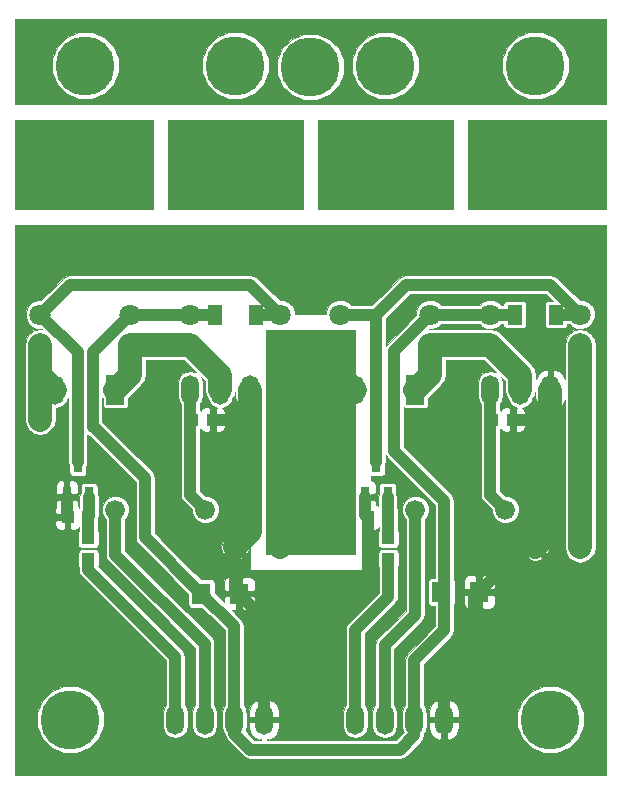
<source format=gbr>
G04 #@! TF.FileFunction,Copper,L2,Bot,Signal*
%FSLAX46Y46*%
G04 Gerber Fmt 4.6, Leading zero omitted, Abs format (unit mm)*
G04 Created by KiCad (PCBNEW 4.0.1-stable) date 2016/04/06 15:34:16*
%MOMM*%
G01*
G04 APERTURE LIST*
%ADD10C,0.100000*%
%ADD11R,1.300000X1.300000*%
%ADD12C,1.300000*%
%ADD13R,0.800100X1.800860*%
%ADD14R,1.300480X1.699260*%
%ADD15C,2.500000*%
%ADD16C,5.000000*%
%ADD17C,1.800000*%
%ADD18R,1.080000X1.050000*%
%ADD19R,1.050000X1.080000*%
%ADD20R,1.501140X2.499360*%
%ADD21O,1.501140X2.499360*%
%ADD22C,1.676400*%
%ADD23R,1.600000X1.800000*%
%ADD24O,1.500000X2.500000*%
%ADD25C,1.000000*%
%ADD26C,2.000000*%
%ADD27C,0.025400*%
G04 APERTURE END LIST*
D10*
D11*
X175260000Y-114935000D03*
D12*
X171460000Y-114935000D03*
D11*
X200660000Y-114935000D03*
D12*
X196860000Y-114935000D03*
D13*
X184338000Y-110721140D03*
X182438000Y-110721140D03*
X183388000Y-107718860D03*
D14*
X198600060Y-95250000D03*
X195099940Y-95250000D03*
D15*
X193040000Y-81788000D03*
X187960000Y-81788000D03*
D16*
X196850000Y-74168000D03*
X184150000Y-74168000D03*
D17*
X180340000Y-85090000D03*
X187960000Y-85090000D03*
X180340000Y-95250000D03*
X180340000Y-97790000D03*
X187960000Y-95250000D03*
X187960000Y-97790000D03*
X193040000Y-85090000D03*
X200660000Y-85090000D03*
X193040000Y-95250000D03*
X193040000Y-97790000D03*
X200660000Y-95250000D03*
X200660000Y-97790000D03*
D18*
X184404000Y-114187000D03*
X184404000Y-115937000D03*
X159004000Y-114187000D03*
X159004000Y-115937000D03*
D19*
X158990000Y-112395000D03*
X157240000Y-112395000D03*
D20*
X186690000Y-101600000D03*
D21*
X181610000Y-101600000D03*
D20*
X161290000Y-101600000D03*
D21*
X156210000Y-101600000D03*
D15*
X167640000Y-81788000D03*
X162560000Y-81788000D03*
D16*
X171450000Y-74168000D03*
X158750000Y-74168000D03*
D21*
X195580000Y-101600000D03*
X198120000Y-101600000D03*
X193040000Y-101600000D03*
X170180000Y-101600000D03*
X172720000Y-101600000D03*
X167640000Y-101600000D03*
D22*
X194310000Y-111760000D03*
X186690000Y-111760000D03*
X168910000Y-111760000D03*
X161290000Y-111760000D03*
D19*
X193181000Y-104140000D03*
X194931000Y-104140000D03*
X167781000Y-104140000D03*
X169531000Y-104140000D03*
D17*
X154940000Y-85090000D03*
X162560000Y-85090000D03*
X154940000Y-95250000D03*
X154940000Y-97790000D03*
X162560000Y-95250000D03*
X162560000Y-97790000D03*
X167640000Y-85090000D03*
X175260000Y-85090000D03*
X167640000Y-95250000D03*
X167640000Y-97790000D03*
X175260000Y-95250000D03*
X175260000Y-97790000D03*
D14*
X173200060Y-95250000D03*
X169699940Y-95250000D03*
D13*
X159065000Y-110721140D03*
X157165000Y-110721140D03*
X158115000Y-107718860D03*
D19*
X184390000Y-112395000D03*
X182640000Y-112395000D03*
D23*
X188900000Y-118745000D03*
X192100000Y-118745000D03*
X168580000Y-118872000D03*
X171780000Y-118872000D03*
D24*
X181610000Y-129540000D03*
X184110000Y-129540000D03*
X186610000Y-129540000D03*
X189110000Y-129540000D03*
X166370000Y-129540000D03*
X168870000Y-129540000D03*
X171370000Y-129540000D03*
X173870000Y-129540000D03*
D16*
X198120000Y-129540000D03*
X157480000Y-129540000D03*
X177800000Y-74295000D03*
D17*
X198120000Y-109220000D03*
X172720000Y-109220000D03*
X154940000Y-104140000D03*
X177800000Y-104140000D03*
X200660000Y-104140000D03*
X180340000Y-104140000D03*
D25*
X171370000Y-129540000D02*
X171370000Y-130730000D01*
X171370000Y-130730000D02*
X172720000Y-132080000D01*
X186610000Y-130890000D02*
X186610000Y-129540000D01*
X185420000Y-132080000D02*
X186610000Y-130890000D01*
X172720000Y-132080000D02*
X185420000Y-132080000D01*
X186610000Y-124540000D02*
X189150000Y-122000000D01*
X189150000Y-117475000D02*
X189150000Y-122000000D01*
X186610000Y-124540000D02*
X186610000Y-129540000D01*
X168580000Y-118872000D02*
X163830000Y-114122000D01*
X163830000Y-114122000D02*
X163830000Y-109093000D01*
X171370000Y-129540000D02*
X171370000Y-121662000D01*
X171370000Y-121662000D02*
X168580000Y-118872000D01*
X189150000Y-117475000D02*
X189150000Y-118495000D01*
X189150000Y-118495000D02*
X188900000Y-118745000D01*
X184912000Y-98298000D02*
X184912000Y-106807000D01*
X187960000Y-95250000D02*
X184912000Y-98298000D01*
X189150000Y-111045000D02*
X189150000Y-117475000D01*
X184912000Y-106807000D02*
X189150000Y-111045000D01*
X159385000Y-104648000D02*
X163830000Y-109093000D01*
X168950000Y-119242000D02*
X168580000Y-118872000D01*
X159385000Y-98425000D02*
X159385000Y-104648000D01*
X159385000Y-104648000D02*
X159385000Y-104775000D01*
X162560000Y-95250000D02*
X159385000Y-98425000D01*
X169699940Y-95250000D02*
X167640000Y-95250000D01*
X162560000Y-95250000D02*
X167640000Y-95250000D01*
X193040000Y-95250000D02*
X195099940Y-95250000D01*
X187960000Y-95250000D02*
X193040000Y-95250000D01*
X189110000Y-129540000D02*
X189110000Y-125730000D01*
X191650000Y-123190000D02*
X191650000Y-119195000D01*
X189110000Y-125730000D02*
X191650000Y-123190000D01*
X173774000Y-120866000D02*
X178854000Y-120866000D01*
X178854000Y-120866000D02*
X182640000Y-117080000D01*
X171780000Y-118872000D02*
X173774000Y-120866000D01*
X173774000Y-120866000D02*
X173870000Y-120962000D01*
X173870000Y-120962000D02*
X173870000Y-129540000D01*
X171460000Y-114935000D02*
X171460000Y-118552000D01*
X171460000Y-118552000D02*
X171780000Y-118872000D01*
X192100000Y-118745000D02*
X195910000Y-114935000D01*
X195910000Y-114935000D02*
X196860000Y-114935000D01*
X191650000Y-119195000D02*
X192100000Y-118745000D01*
X182640000Y-112395000D02*
X182640000Y-117080000D01*
X182438000Y-110721140D02*
X182438000Y-112193000D01*
X182438000Y-112193000D02*
X182640000Y-112395000D01*
X196850000Y-114945000D02*
X196860000Y-114935000D01*
X171450000Y-114945000D02*
X171460000Y-114935000D01*
X194931000Y-104140000D02*
X198120000Y-104140000D01*
X198120000Y-104140000D02*
X197866000Y-104140000D01*
X197866000Y-104140000D02*
X198120000Y-104140000D01*
X169531000Y-104140000D02*
X172720000Y-104140000D01*
X172720000Y-104140000D02*
X173228000Y-104140000D01*
X173228000Y-104140000D02*
X172720000Y-104140000D01*
D26*
X196860000Y-114935000D02*
X198120000Y-113675000D01*
X198120000Y-113675000D02*
X198120000Y-109220000D01*
X171460000Y-114935000D02*
X172720000Y-113675000D01*
X172720000Y-113675000D02*
X172720000Y-109220000D01*
X198120000Y-101600000D02*
X198120000Y-104140000D01*
X198120000Y-104140000D02*
X198120000Y-109220000D01*
X172720000Y-109220000D02*
X172720000Y-104140000D01*
X172720000Y-104140000D02*
X172720000Y-101600000D01*
D25*
X157165000Y-110721140D02*
X157165000Y-112320000D01*
X157165000Y-112320000D02*
X157240000Y-112395000D01*
D26*
X175260000Y-114935000D02*
X175260000Y-106680000D01*
X175260000Y-106680000D02*
X177800000Y-104140000D01*
X177800000Y-104140000D02*
X180340000Y-104140000D01*
X200660000Y-114935000D02*
X200660000Y-106680000D01*
X200660000Y-97790000D02*
X200660000Y-104140000D01*
X200660000Y-104140000D02*
X200660000Y-106680000D01*
X154940000Y-104140000D02*
X154940000Y-97790000D01*
X154940000Y-97790000D02*
X154940000Y-100330000D01*
X154940000Y-100330000D02*
X156210000Y-101600000D01*
X180340000Y-104140000D02*
X180340000Y-100330000D01*
X175260000Y-97790000D02*
X180340000Y-97790000D01*
X180340000Y-100330000D02*
X181610000Y-101600000D01*
X180340000Y-97790000D02*
X180340000Y-100330000D01*
D25*
X184110000Y-123230000D02*
X186690000Y-120650000D01*
X186690000Y-111760000D02*
X186690000Y-120650000D01*
X184110000Y-123230000D02*
X184110000Y-129540000D01*
X181610000Y-121920000D02*
X184404000Y-119126000D01*
X184404000Y-115937000D02*
X184404000Y-118244000D01*
X181610000Y-121920000D02*
X181610000Y-129540000D01*
X184404000Y-119126000D02*
X184404000Y-118244000D01*
D26*
X193040000Y-85090000D02*
X193040000Y-81788000D01*
X193040000Y-85090000D02*
X200660000Y-85090000D01*
X187960000Y-81788000D02*
X187960000Y-85090000D01*
X180340000Y-85090000D02*
X187960000Y-85090000D01*
D25*
X184390000Y-112395000D02*
X184390000Y-114173000D01*
X184390000Y-114173000D02*
X184404000Y-114187000D01*
X184338000Y-110721140D02*
X184338000Y-112343000D01*
X184338000Y-112343000D02*
X184390000Y-112395000D01*
X158990000Y-112395000D02*
X158990000Y-114173000D01*
X158990000Y-114173000D02*
X159004000Y-114187000D01*
X159065000Y-110721140D02*
X159065000Y-112320000D01*
X159065000Y-112320000D02*
X158990000Y-112395000D01*
X183388000Y-107718860D02*
X183388000Y-104648000D01*
X183388000Y-104648000D02*
X183388000Y-95250000D01*
X183515000Y-95123000D02*
X183388000Y-95250000D01*
X183515000Y-95123000D02*
X185928000Y-92710000D01*
X180340000Y-95250000D02*
X183388000Y-95250000D01*
X198600060Y-95250000D02*
X200660000Y-95250000D01*
X198120000Y-92710000D02*
X200660000Y-95250000D01*
X185928000Y-92710000D02*
X198120000Y-92710000D01*
X158115000Y-107718860D02*
X158115000Y-104775000D01*
X158115000Y-98425000D02*
X158115000Y-104775000D01*
X158115000Y-98425000D02*
X154940000Y-95250000D01*
X175260000Y-95250000D02*
X172720000Y-92710000D01*
X157480000Y-92710000D02*
X154940000Y-95250000D01*
X172720000Y-92710000D02*
X157480000Y-92710000D01*
X173200060Y-95250000D02*
X175260000Y-95250000D01*
D26*
X193040000Y-97790000D02*
X195580000Y-100330000D01*
X195580000Y-100330000D02*
X195580000Y-101600000D01*
X186690000Y-101600000D02*
X187960000Y-100330000D01*
X187960000Y-100330000D02*
X187960000Y-97790000D01*
X187960000Y-97790000D02*
X190500000Y-97790000D01*
X190500000Y-97790000D02*
X193040000Y-97790000D01*
X167640000Y-97790000D02*
X170180000Y-100330000D01*
X170180000Y-100330000D02*
X170180000Y-101600000D01*
X162560000Y-97790000D02*
X167640000Y-97790000D01*
X162560000Y-97790000D02*
X162560000Y-100330000D01*
X162560000Y-100330000D02*
X161290000Y-101600000D01*
D25*
X168870000Y-129540000D02*
X168870000Y-123150000D01*
X168870000Y-123150000D02*
X161290000Y-115570000D01*
X161290000Y-111760000D02*
X161290000Y-115570000D01*
X159004000Y-116840000D02*
X166370000Y-124206000D01*
X166370000Y-124206000D02*
X166370000Y-129540000D01*
X159004000Y-115937000D02*
X159004000Y-116840000D01*
D26*
X167640000Y-85090000D02*
X167640000Y-81788000D01*
X167640000Y-85090000D02*
X175260000Y-85090000D01*
X162560000Y-85090000D02*
X162560000Y-81788000D01*
X154940000Y-85090000D02*
X162560000Y-85090000D01*
D25*
X193040000Y-101600000D02*
X193040000Y-110490000D01*
X193040000Y-110490000D02*
X194310000Y-111760000D01*
X193040000Y-101600000D02*
X193040000Y-103999000D01*
X193040000Y-103999000D02*
X193181000Y-104140000D01*
X167640000Y-101600000D02*
X167640000Y-110490000D01*
X167640000Y-110490000D02*
X168910000Y-111760000D01*
X167640000Y-101600000D02*
X167640000Y-103999000D01*
X167640000Y-103999000D02*
X167781000Y-104140000D01*
D27*
G36*
X164452300Y-86347300D02*
X152787700Y-86347300D01*
X152787700Y-78752700D01*
X164452300Y-78752700D01*
X164452300Y-86347300D01*
X164452300Y-86347300D01*
G37*
X164452300Y-86347300D02*
X152787700Y-86347300D01*
X152787700Y-78752700D01*
X164452300Y-78752700D01*
X164452300Y-86347300D01*
G36*
X177152300Y-86347300D02*
X165747700Y-86347300D01*
X165747700Y-78752700D01*
X177152300Y-78752700D01*
X177152300Y-86347300D01*
X177152300Y-86347300D01*
G37*
X177152300Y-86347300D02*
X165747700Y-86347300D01*
X165747700Y-78752700D01*
X177152300Y-78752700D01*
X177152300Y-86347300D01*
G36*
X189852300Y-86347300D02*
X178447700Y-86347300D01*
X178447700Y-78752700D01*
X189852300Y-78752700D01*
X189852300Y-86347300D01*
X189852300Y-86347300D01*
G37*
X189852300Y-86347300D02*
X178447700Y-86347300D01*
X178447700Y-78752700D01*
X189852300Y-78752700D01*
X189852300Y-86347300D01*
G36*
X202812300Y-86347300D02*
X191147700Y-86347300D01*
X191147700Y-78752700D01*
X202812300Y-78752700D01*
X202812300Y-86347300D01*
X202812300Y-86347300D01*
G37*
X202812300Y-86347300D02*
X191147700Y-86347300D01*
X191147700Y-78752700D01*
X202812300Y-78752700D01*
X202812300Y-86347300D01*
G36*
X181597300Y-115557300D02*
X174002700Y-115557300D01*
X174002700Y-113825821D01*
X174032700Y-113675000D01*
X174032700Y-104180219D01*
X174040700Y-104140000D01*
X174032700Y-104099781D01*
X174032700Y-101600000D01*
X174002700Y-101449179D01*
X174002700Y-96532700D01*
X181597300Y-96532700D01*
X181597300Y-115557300D01*
X181597300Y-115557300D01*
G37*
X181597300Y-115557300D02*
X174002700Y-115557300D01*
X174002700Y-113825821D01*
X174032700Y-113675000D01*
X174032700Y-104180219D01*
X174040700Y-104140000D01*
X174032700Y-104099781D01*
X174032700Y-101600000D01*
X174002700Y-101449179D01*
X174002700Y-96532700D01*
X181597300Y-96532700D01*
X181597300Y-115557300D01*
G36*
X202812300Y-134232300D02*
X152787700Y-134232300D01*
X152787700Y-130097026D01*
X154666813Y-130097026D01*
X155094119Y-131131185D01*
X155884653Y-131923101D01*
X156918065Y-132352211D01*
X158037026Y-132353187D01*
X159071185Y-131925881D01*
X159863101Y-131135347D01*
X160292211Y-130101935D01*
X160293187Y-128982974D01*
X159865881Y-127948815D01*
X159075347Y-127156899D01*
X158041935Y-126727789D01*
X156922974Y-126726813D01*
X155888815Y-127154119D01*
X155096899Y-127944653D01*
X154667789Y-128978065D01*
X154666813Y-130097026D01*
X152787700Y-130097026D01*
X152787700Y-115412000D01*
X158145174Y-115412000D01*
X158145174Y-116462000D01*
X158166978Y-116577880D01*
X158191300Y-116615677D01*
X158191300Y-116840000D01*
X158253163Y-117151007D01*
X158429334Y-117414666D01*
X165557300Y-124542632D01*
X165557300Y-128349622D01*
X165388193Y-128602707D01*
X165307300Y-129009385D01*
X165307300Y-130070615D01*
X165388193Y-130477293D01*
X165618558Y-130822057D01*
X165963322Y-131052422D01*
X166370000Y-131133315D01*
X166776678Y-131052422D01*
X167121442Y-130822057D01*
X167351807Y-130477293D01*
X167432700Y-130070615D01*
X167432700Y-129009385D01*
X167351807Y-128602707D01*
X167182700Y-128349622D01*
X167182700Y-124206000D01*
X167120837Y-123894993D01*
X166944666Y-123631334D01*
X159848092Y-116534760D01*
X159862826Y-116462000D01*
X159862826Y-115412000D01*
X159841022Y-115296120D01*
X159772537Y-115189692D01*
X159668041Y-115118293D01*
X159544000Y-115093174D01*
X158464000Y-115093174D01*
X158348120Y-115114978D01*
X158241692Y-115183463D01*
X158170293Y-115287959D01*
X158145174Y-115412000D01*
X152787700Y-115412000D01*
X152787700Y-112766475D01*
X156194300Y-112766475D01*
X156194300Y-113038573D01*
X156273572Y-113229953D01*
X156420047Y-113376428D01*
X156611426Y-113455700D01*
X156868525Y-113455700D01*
X156998700Y-113325525D01*
X156998700Y-112636300D01*
X156324475Y-112636300D01*
X156194300Y-112766475D01*
X152787700Y-112766475D01*
X152787700Y-111751427D01*
X156194300Y-111751427D01*
X156194300Y-112023525D01*
X156324475Y-112153700D01*
X156998700Y-112153700D01*
X156998700Y-111464475D01*
X156964975Y-111430750D01*
X156964975Y-110962440D01*
X157365025Y-110962440D01*
X157365025Y-112012095D01*
X157481300Y-112128370D01*
X157481300Y-112153700D01*
X157501300Y-112153700D01*
X157501300Y-112636300D01*
X157481300Y-112636300D01*
X157481300Y-113325525D01*
X157611475Y-113455700D01*
X157868574Y-113455700D01*
X158059953Y-113376428D01*
X158177300Y-113259081D01*
X158177300Y-113527704D01*
X158170293Y-113537959D01*
X158145174Y-113662000D01*
X158145174Y-114712000D01*
X158166978Y-114827880D01*
X158235463Y-114934308D01*
X158339959Y-115005707D01*
X158464000Y-115030826D01*
X159544000Y-115030826D01*
X159659880Y-115009022D01*
X159766308Y-114940537D01*
X159837707Y-114836041D01*
X159862826Y-114712000D01*
X159862826Y-113662000D01*
X159841022Y-113546120D01*
X159802700Y-113486566D01*
X159802700Y-113067833D01*
X159808707Y-113059041D01*
X159833826Y-112935000D01*
X159833826Y-112540570D01*
X159877700Y-112320000D01*
X159877700Y-111987924D01*
X160138901Y-111987924D01*
X160313746Y-112411081D01*
X160477300Y-112574920D01*
X160477300Y-115570000D01*
X160539163Y-115881007D01*
X160715334Y-116144666D01*
X168057300Y-123486632D01*
X168057300Y-128349622D01*
X167888193Y-128602707D01*
X167807300Y-129009385D01*
X167807300Y-130070615D01*
X167888193Y-130477293D01*
X168118558Y-130822057D01*
X168463322Y-131052422D01*
X168870000Y-131133315D01*
X169276678Y-131052422D01*
X169621442Y-130822057D01*
X169851807Y-130477293D01*
X169932700Y-130070615D01*
X169932700Y-129009385D01*
X169851807Y-128602707D01*
X169682700Y-128349622D01*
X169682700Y-123150005D01*
X169682701Y-123150000D01*
X169620837Y-122838993D01*
X169444666Y-122575334D01*
X162102700Y-115233368D01*
X162102700Y-112574916D01*
X162265116Y-112412783D01*
X162440699Y-111989932D01*
X162441099Y-111532076D01*
X162266254Y-111108919D01*
X161942783Y-110784884D01*
X161519932Y-110609301D01*
X161062076Y-110608901D01*
X160638919Y-110783746D01*
X160314884Y-111107217D01*
X160139301Y-111530068D01*
X160138901Y-111987924D01*
X159877700Y-111987924D01*
X159877700Y-110721140D01*
X159815837Y-110410133D01*
X159783876Y-110362300D01*
X159783876Y-109820710D01*
X159762072Y-109704830D01*
X159693587Y-109598402D01*
X159589091Y-109527003D01*
X159465050Y-109501884D01*
X158664950Y-109501884D01*
X158549070Y-109523688D01*
X158442642Y-109592173D01*
X158371243Y-109696669D01*
X158346124Y-109820710D01*
X158346124Y-110362300D01*
X158314163Y-110410133D01*
X158252300Y-110721140D01*
X158252300Y-111620280D01*
X158242692Y-111626463D01*
X158237242Y-111634439D01*
X158206428Y-111560047D01*
X158085750Y-111439369D01*
X158085750Y-111092615D01*
X157955575Y-110962440D01*
X157365025Y-110962440D01*
X156964975Y-110962440D01*
X156374425Y-110962440D01*
X156244250Y-111092615D01*
X156244250Y-111630837D01*
X156194300Y-111751427D01*
X152787700Y-111751427D01*
X152787700Y-109717137D01*
X156244250Y-109717137D01*
X156244250Y-110349665D01*
X156374425Y-110479840D01*
X156964975Y-110479840D01*
X156964975Y-109430185D01*
X157365025Y-109430185D01*
X157365025Y-110479840D01*
X157955575Y-110479840D01*
X158085750Y-110349665D01*
X158085750Y-109717137D01*
X158006478Y-109525757D01*
X157860003Y-109379282D01*
X157668624Y-109300010D01*
X157495200Y-109300010D01*
X157365025Y-109430185D01*
X156964975Y-109430185D01*
X156834800Y-109300010D01*
X156661376Y-109300010D01*
X156469997Y-109379282D01*
X156323522Y-109525757D01*
X156244250Y-109717137D01*
X152787700Y-109717137D01*
X152787700Y-97790000D01*
X153627300Y-97790000D01*
X153627300Y-104140000D01*
X153727223Y-104642349D01*
X154011781Y-105068219D01*
X154437651Y-105352777D01*
X154940000Y-105452700D01*
X155442349Y-105352777D01*
X155868219Y-105068219D01*
X156152777Y-104642349D01*
X156252700Y-104140000D01*
X156252700Y-103184495D01*
X156616896Y-103112052D01*
X156961845Y-102881564D01*
X157192333Y-102536615D01*
X157217649Y-102409344D01*
X157302300Y-102282655D01*
X157302300Y-107718860D01*
X157364163Y-108029867D01*
X157396124Y-108077700D01*
X157396124Y-108619290D01*
X157417928Y-108735170D01*
X157486413Y-108841598D01*
X157590909Y-108912997D01*
X157714950Y-108938116D01*
X158515050Y-108938116D01*
X158630930Y-108916312D01*
X158737358Y-108847827D01*
X158808757Y-108743331D01*
X158833876Y-108619290D01*
X158833876Y-108077700D01*
X158865837Y-108029867D01*
X158927700Y-107718860D01*
X158927700Y-105428087D01*
X159073993Y-105525837D01*
X159123316Y-105535648D01*
X163017300Y-109429631D01*
X163017300Y-114122000D01*
X163079163Y-114433007D01*
X163255334Y-114696666D01*
X167461174Y-118902505D01*
X167461174Y-119772000D01*
X167482978Y-119887880D01*
X167551463Y-119994308D01*
X167655959Y-120065707D01*
X167780000Y-120090826D01*
X168649494Y-120090826D01*
X170557300Y-121998632D01*
X170557300Y-128349622D01*
X170388193Y-128602707D01*
X170307300Y-129009385D01*
X170307300Y-130070615D01*
X170388193Y-130477293D01*
X170557407Y-130730539D01*
X170619163Y-131041007D01*
X170795334Y-131304666D01*
X172145332Y-132654663D01*
X172145334Y-132654666D01*
X172408993Y-132830837D01*
X172720000Y-132892700D01*
X185420000Y-132892700D01*
X185731007Y-132830837D01*
X185994666Y-132654666D01*
X187184666Y-131464666D01*
X187360837Y-131201007D01*
X187422700Y-130890000D01*
X187422700Y-130730378D01*
X187591807Y-130477293D01*
X187672700Y-130070615D01*
X187672700Y-129781300D01*
X187839300Y-129781300D01*
X187839300Y-130281300D01*
X188028368Y-130749208D01*
X188382104Y-131109145D01*
X188676506Y-131234472D01*
X188868700Y-131154707D01*
X188868700Y-129781300D01*
X189351300Y-129781300D01*
X189351300Y-131154707D01*
X189543494Y-131234472D01*
X189837896Y-131109145D01*
X190191632Y-130749208D01*
X190380700Y-130281300D01*
X190380700Y-130097026D01*
X195306813Y-130097026D01*
X195734119Y-131131185D01*
X196524653Y-131923101D01*
X197558065Y-132352211D01*
X198677026Y-132353187D01*
X199711185Y-131925881D01*
X200503101Y-131135347D01*
X200932211Y-130101935D01*
X200933187Y-128982974D01*
X200505881Y-127948815D01*
X199715347Y-127156899D01*
X198681935Y-126727789D01*
X197562974Y-126726813D01*
X196528815Y-127154119D01*
X195736899Y-127944653D01*
X195307789Y-128978065D01*
X195306813Y-130097026D01*
X190380700Y-130097026D01*
X190380700Y-129781300D01*
X189351300Y-129781300D01*
X188868700Y-129781300D01*
X187839300Y-129781300D01*
X187672700Y-129781300D01*
X187672700Y-129009385D01*
X187630793Y-128798700D01*
X187839300Y-128798700D01*
X187839300Y-129298700D01*
X188868700Y-129298700D01*
X188868700Y-127925293D01*
X189351300Y-127925293D01*
X189351300Y-129298700D01*
X190380700Y-129298700D01*
X190380700Y-128798700D01*
X190191632Y-128330792D01*
X189837896Y-127970855D01*
X189543494Y-127845528D01*
X189351300Y-127925293D01*
X188868700Y-127925293D01*
X188676506Y-127845528D01*
X188382104Y-127970855D01*
X188028368Y-128330792D01*
X187839300Y-128798700D01*
X187630793Y-128798700D01*
X187591807Y-128602707D01*
X187422700Y-128349622D01*
X187422700Y-124876632D01*
X189724663Y-122574668D01*
X189724666Y-122574666D01*
X189900837Y-122311007D01*
X189962700Y-122000000D01*
X189962700Y-119814421D01*
X189993707Y-119769041D01*
X190018826Y-119645000D01*
X190018826Y-119116475D01*
X190779300Y-119116475D01*
X190779300Y-119748573D01*
X190858572Y-119939953D01*
X191005047Y-120086428D01*
X191196426Y-120165700D01*
X191728525Y-120165700D01*
X191858700Y-120035525D01*
X191858700Y-118986300D01*
X192341300Y-118986300D01*
X192341300Y-120035525D01*
X192471475Y-120165700D01*
X193003574Y-120165700D01*
X193194953Y-120086428D01*
X193341428Y-119939953D01*
X193420700Y-119748573D01*
X193420700Y-119116475D01*
X193290525Y-118986300D01*
X192341300Y-118986300D01*
X191858700Y-118986300D01*
X190909475Y-118986300D01*
X190779300Y-119116475D01*
X190018826Y-119116475D01*
X190018826Y-117845000D01*
X189999338Y-117741427D01*
X190779300Y-117741427D01*
X190779300Y-118373525D01*
X190909475Y-118503700D01*
X191858700Y-118503700D01*
X191858700Y-117454475D01*
X192341300Y-117454475D01*
X192341300Y-118503700D01*
X193290525Y-118503700D01*
X193420700Y-118373525D01*
X193420700Y-117741427D01*
X193341428Y-117550047D01*
X193194953Y-117403572D01*
X193003574Y-117324300D01*
X192471475Y-117324300D01*
X192341300Y-117454475D01*
X191858700Y-117454475D01*
X191728525Y-117324300D01*
X191196426Y-117324300D01*
X191005047Y-117403572D01*
X190858572Y-117550047D01*
X190779300Y-117741427D01*
X189999338Y-117741427D01*
X189997022Y-117729120D01*
X189962700Y-117675782D01*
X189962700Y-115837992D01*
X196298258Y-115837992D01*
X196368100Y-116022566D01*
X196821737Y-116128022D01*
X197281199Y-116051851D01*
X197351900Y-116022566D01*
X197421742Y-115837992D01*
X196860000Y-115276250D01*
X196298258Y-115837992D01*
X189962700Y-115837992D01*
X189962700Y-114896737D01*
X195666978Y-114896737D01*
X195743149Y-115356199D01*
X195772434Y-115426900D01*
X195957008Y-115496742D01*
X196518750Y-114935000D01*
X197201250Y-114935000D01*
X197762992Y-115496742D01*
X197947566Y-115426900D01*
X198053022Y-114973263D01*
X197976851Y-114513801D01*
X197947566Y-114443100D01*
X197762992Y-114373258D01*
X197201250Y-114935000D01*
X196518750Y-114935000D01*
X195957008Y-114373258D01*
X195772434Y-114443100D01*
X195666978Y-114896737D01*
X189962700Y-114896737D01*
X189962700Y-114032008D01*
X196298258Y-114032008D01*
X196860000Y-114593750D01*
X197421742Y-114032008D01*
X197351900Y-113847434D01*
X196898263Y-113741978D01*
X196438801Y-113818149D01*
X196368100Y-113847434D01*
X196298258Y-114032008D01*
X189962700Y-114032008D01*
X189962700Y-111045000D01*
X189900837Y-110733993D01*
X189724666Y-110470334D01*
X185724700Y-106470368D01*
X185724700Y-103081422D01*
X185815389Y-103143387D01*
X185939430Y-103168506D01*
X187440570Y-103168506D01*
X187556450Y-103146702D01*
X187662878Y-103078217D01*
X187734277Y-102973721D01*
X187759396Y-102849680D01*
X187759396Y-102387042D01*
X188888219Y-101258219D01*
X189172777Y-100832349D01*
X189272700Y-100330000D01*
X189272700Y-99102700D01*
X192496262Y-99102700D01*
X193551212Y-100157650D01*
X193446896Y-100087948D01*
X193040000Y-100007011D01*
X192633104Y-100087948D01*
X192288155Y-100318436D01*
X192057667Y-100663385D01*
X191976730Y-101070281D01*
X191976730Y-102129719D01*
X192057667Y-102536615D01*
X192227300Y-102790488D01*
X192227300Y-110490000D01*
X192289163Y-110801007D01*
X192465334Y-111064666D01*
X193159101Y-111758433D01*
X193158901Y-111987924D01*
X193333746Y-112411081D01*
X193657217Y-112735116D01*
X194080068Y-112910699D01*
X194537924Y-112911099D01*
X194961081Y-112736254D01*
X195285116Y-112412783D01*
X195460699Y-111989932D01*
X195461099Y-111532076D01*
X195286254Y-111108919D01*
X194962783Y-110784884D01*
X194539932Y-110609301D01*
X194308431Y-110609099D01*
X193852700Y-110153368D01*
X193852700Y-104957190D01*
X193928308Y-104908537D01*
X193933758Y-104900561D01*
X193964572Y-104974953D01*
X194111047Y-105121428D01*
X194302426Y-105200700D01*
X194559525Y-105200700D01*
X194689700Y-105070525D01*
X194689700Y-104381300D01*
X195172300Y-104381300D01*
X195172300Y-105070525D01*
X195302475Y-105200700D01*
X195559574Y-105200700D01*
X195750953Y-105121428D01*
X195897428Y-104974953D01*
X195976700Y-104783573D01*
X195976700Y-104511475D01*
X195846525Y-104381300D01*
X195172300Y-104381300D01*
X194689700Y-104381300D01*
X194669700Y-104381300D01*
X194669700Y-103898700D01*
X194689700Y-103898700D01*
X194689700Y-103209475D01*
X194559525Y-103079300D01*
X194302426Y-103079300D01*
X194111047Y-103158572D01*
X193964572Y-103305047D01*
X193934494Y-103377662D01*
X193852700Y-103321775D01*
X193852700Y-102790488D01*
X194022333Y-102536615D01*
X194103270Y-102129719D01*
X194103270Y-101070281D01*
X194022333Y-100663385D01*
X193952631Y-100559069D01*
X194267300Y-100873738D01*
X194267300Y-101600000D01*
X194367223Y-102102349D01*
X194572351Y-102409344D01*
X194597667Y-102536615D01*
X194828155Y-102881564D01*
X195173104Y-103112052D01*
X195253693Y-103128082D01*
X195172300Y-103209475D01*
X195172300Y-103898700D01*
X195846525Y-103898700D01*
X195976700Y-103768525D01*
X195976700Y-103496427D01*
X195897428Y-103305047D01*
X195751297Y-103158916D01*
X195986896Y-103112052D01*
X196331845Y-102881564D01*
X196562333Y-102536615D01*
X196587649Y-102409344D01*
X196792777Y-102102349D01*
X196848730Y-101821053D01*
X196848730Y-102340410D01*
X197037841Y-102808536D01*
X197391701Y-103168658D01*
X197686416Y-103294154D01*
X197878700Y-103214400D01*
X197878700Y-101841300D01*
X197858700Y-101841300D01*
X197858700Y-101358700D01*
X197878700Y-101358700D01*
X197878700Y-99985600D01*
X198361300Y-99985600D01*
X198361300Y-101358700D01*
X198381300Y-101358700D01*
X198381300Y-101841300D01*
X198361300Y-101841300D01*
X198361300Y-103214400D01*
X198553584Y-103294154D01*
X198848299Y-103168658D01*
X199202159Y-102808536D01*
X199347300Y-102449253D01*
X199347300Y-114935000D01*
X199447223Y-115437349D01*
X199731781Y-115863219D01*
X200157651Y-116147777D01*
X200660000Y-116247700D01*
X201162349Y-116147777D01*
X201588219Y-115863219D01*
X201872777Y-115437349D01*
X201972700Y-114935000D01*
X201972700Y-97790000D01*
X201872777Y-97287651D01*
X201588219Y-96861781D01*
X201162349Y-96577223D01*
X200660000Y-96477300D01*
X200157651Y-96577223D01*
X199731781Y-96861781D01*
X199447223Y-97287651D01*
X199347300Y-97790000D01*
X199347300Y-100750747D01*
X199202159Y-100391464D01*
X198848299Y-100031342D01*
X198553584Y-99905846D01*
X198361300Y-99985600D01*
X197878700Y-99985600D01*
X197686416Y-99905846D01*
X197391701Y-100031342D01*
X197037841Y-100391464D01*
X196892700Y-100750747D01*
X196892700Y-100330000D01*
X196792777Y-99827651D01*
X196508219Y-99401781D01*
X193968219Y-96861781D01*
X193817875Y-96761324D01*
X193542349Y-96577223D01*
X193040000Y-96477300D01*
X187960000Y-96477300D01*
X187862672Y-96496660D01*
X187896687Y-96462645D01*
X188200163Y-96462910D01*
X188646042Y-96278676D01*
X188862395Y-96062700D01*
X192137761Y-96062700D01*
X192352164Y-96277477D01*
X192797721Y-96462489D01*
X193280163Y-96462910D01*
X193726042Y-96278676D01*
X193942395Y-96062700D01*
X194130874Y-96062700D01*
X194130874Y-96099630D01*
X194152678Y-96215510D01*
X194221163Y-96321938D01*
X194325659Y-96393337D01*
X194449700Y-96418456D01*
X195750180Y-96418456D01*
X195866060Y-96396652D01*
X195972488Y-96328167D01*
X196043887Y-96223671D01*
X196069006Y-96099630D01*
X196069006Y-94400370D01*
X196047202Y-94284490D01*
X195978717Y-94178062D01*
X195874221Y-94106663D01*
X195750180Y-94081544D01*
X194449700Y-94081544D01*
X194333820Y-94103348D01*
X194227392Y-94171833D01*
X194155993Y-94276329D01*
X194130874Y-94400370D01*
X194130874Y-94437300D01*
X193942239Y-94437300D01*
X193727836Y-94222523D01*
X193282279Y-94037511D01*
X192799837Y-94037090D01*
X192353958Y-94221324D01*
X192137605Y-94437300D01*
X188862239Y-94437300D01*
X188647836Y-94222523D01*
X188202279Y-94037511D01*
X187719837Y-94037090D01*
X187273958Y-94221324D01*
X186932523Y-94562164D01*
X186747511Y-95007721D01*
X186747244Y-95313424D01*
X184337334Y-97723334D01*
X184200700Y-97927822D01*
X184200700Y-95586632D01*
X186264631Y-93522700D01*
X197783368Y-93522700D01*
X198342212Y-94081544D01*
X197949820Y-94081544D01*
X197833940Y-94103348D01*
X197727512Y-94171833D01*
X197656113Y-94276329D01*
X197630994Y-94400370D01*
X197630994Y-96099630D01*
X197652798Y-96215510D01*
X197721283Y-96321938D01*
X197825779Y-96393337D01*
X197949820Y-96418456D01*
X199250300Y-96418456D01*
X199366180Y-96396652D01*
X199472608Y-96328167D01*
X199544007Y-96223671D01*
X199569126Y-96099630D01*
X199569126Y-96062700D01*
X199757761Y-96062700D01*
X199972164Y-96277477D01*
X200417721Y-96462489D01*
X200900163Y-96462910D01*
X201346042Y-96278676D01*
X201687477Y-95937836D01*
X201872489Y-95492279D01*
X201872910Y-95009837D01*
X201688676Y-94563958D01*
X201347836Y-94222523D01*
X200902279Y-94037511D01*
X200596575Y-94037244D01*
X198694666Y-92135334D01*
X198431007Y-91959163D01*
X198120000Y-91897300D01*
X185928000Y-91897300D01*
X185616993Y-91959163D01*
X185353334Y-92135334D01*
X185353332Y-92135337D01*
X183051368Y-94437300D01*
X181242239Y-94437300D01*
X181027836Y-94222523D01*
X180582279Y-94037511D01*
X180099837Y-94037090D01*
X179653958Y-94221324D01*
X179312523Y-94562164D01*
X179127511Y-95007721D01*
X179127311Y-95237300D01*
X176472712Y-95237300D01*
X176472910Y-95009837D01*
X176288676Y-94563958D01*
X175947836Y-94222523D01*
X175502279Y-94037511D01*
X175196575Y-94037244D01*
X173294666Y-92135334D01*
X173031007Y-91959163D01*
X172720000Y-91897300D01*
X157480000Y-91897300D01*
X157168993Y-91959163D01*
X156905334Y-92135334D01*
X156905332Y-92135337D01*
X155003313Y-94037355D01*
X154699837Y-94037090D01*
X154253958Y-94221324D01*
X153912523Y-94562164D01*
X153727511Y-95007721D01*
X153727090Y-95490163D01*
X153911324Y-95936042D01*
X154252164Y-96277477D01*
X154697721Y-96462489D01*
X155003424Y-96462756D01*
X155037328Y-96496660D01*
X154940000Y-96477300D01*
X154437651Y-96577223D01*
X154011781Y-96861781D01*
X153727223Y-97287651D01*
X153627300Y-97790000D01*
X152787700Y-97790000D01*
X152787700Y-87642700D01*
X202812300Y-87642700D01*
X202812300Y-134232300D01*
X202812300Y-134232300D01*
G37*
X202812300Y-134232300D02*
X152787700Y-134232300D01*
X152787700Y-130097026D01*
X154666813Y-130097026D01*
X155094119Y-131131185D01*
X155884653Y-131923101D01*
X156918065Y-132352211D01*
X158037026Y-132353187D01*
X159071185Y-131925881D01*
X159863101Y-131135347D01*
X160292211Y-130101935D01*
X160293187Y-128982974D01*
X159865881Y-127948815D01*
X159075347Y-127156899D01*
X158041935Y-126727789D01*
X156922974Y-126726813D01*
X155888815Y-127154119D01*
X155096899Y-127944653D01*
X154667789Y-128978065D01*
X154666813Y-130097026D01*
X152787700Y-130097026D01*
X152787700Y-115412000D01*
X158145174Y-115412000D01*
X158145174Y-116462000D01*
X158166978Y-116577880D01*
X158191300Y-116615677D01*
X158191300Y-116840000D01*
X158253163Y-117151007D01*
X158429334Y-117414666D01*
X165557300Y-124542632D01*
X165557300Y-128349622D01*
X165388193Y-128602707D01*
X165307300Y-129009385D01*
X165307300Y-130070615D01*
X165388193Y-130477293D01*
X165618558Y-130822057D01*
X165963322Y-131052422D01*
X166370000Y-131133315D01*
X166776678Y-131052422D01*
X167121442Y-130822057D01*
X167351807Y-130477293D01*
X167432700Y-130070615D01*
X167432700Y-129009385D01*
X167351807Y-128602707D01*
X167182700Y-128349622D01*
X167182700Y-124206000D01*
X167120837Y-123894993D01*
X166944666Y-123631334D01*
X159848092Y-116534760D01*
X159862826Y-116462000D01*
X159862826Y-115412000D01*
X159841022Y-115296120D01*
X159772537Y-115189692D01*
X159668041Y-115118293D01*
X159544000Y-115093174D01*
X158464000Y-115093174D01*
X158348120Y-115114978D01*
X158241692Y-115183463D01*
X158170293Y-115287959D01*
X158145174Y-115412000D01*
X152787700Y-115412000D01*
X152787700Y-112766475D01*
X156194300Y-112766475D01*
X156194300Y-113038573D01*
X156273572Y-113229953D01*
X156420047Y-113376428D01*
X156611426Y-113455700D01*
X156868525Y-113455700D01*
X156998700Y-113325525D01*
X156998700Y-112636300D01*
X156324475Y-112636300D01*
X156194300Y-112766475D01*
X152787700Y-112766475D01*
X152787700Y-111751427D01*
X156194300Y-111751427D01*
X156194300Y-112023525D01*
X156324475Y-112153700D01*
X156998700Y-112153700D01*
X156998700Y-111464475D01*
X156964975Y-111430750D01*
X156964975Y-110962440D01*
X157365025Y-110962440D01*
X157365025Y-112012095D01*
X157481300Y-112128370D01*
X157481300Y-112153700D01*
X157501300Y-112153700D01*
X157501300Y-112636300D01*
X157481300Y-112636300D01*
X157481300Y-113325525D01*
X157611475Y-113455700D01*
X157868574Y-113455700D01*
X158059953Y-113376428D01*
X158177300Y-113259081D01*
X158177300Y-113527704D01*
X158170293Y-113537959D01*
X158145174Y-113662000D01*
X158145174Y-114712000D01*
X158166978Y-114827880D01*
X158235463Y-114934308D01*
X158339959Y-115005707D01*
X158464000Y-115030826D01*
X159544000Y-115030826D01*
X159659880Y-115009022D01*
X159766308Y-114940537D01*
X159837707Y-114836041D01*
X159862826Y-114712000D01*
X159862826Y-113662000D01*
X159841022Y-113546120D01*
X159802700Y-113486566D01*
X159802700Y-113067833D01*
X159808707Y-113059041D01*
X159833826Y-112935000D01*
X159833826Y-112540570D01*
X159877700Y-112320000D01*
X159877700Y-111987924D01*
X160138901Y-111987924D01*
X160313746Y-112411081D01*
X160477300Y-112574920D01*
X160477300Y-115570000D01*
X160539163Y-115881007D01*
X160715334Y-116144666D01*
X168057300Y-123486632D01*
X168057300Y-128349622D01*
X167888193Y-128602707D01*
X167807300Y-129009385D01*
X167807300Y-130070615D01*
X167888193Y-130477293D01*
X168118558Y-130822057D01*
X168463322Y-131052422D01*
X168870000Y-131133315D01*
X169276678Y-131052422D01*
X169621442Y-130822057D01*
X169851807Y-130477293D01*
X169932700Y-130070615D01*
X169932700Y-129009385D01*
X169851807Y-128602707D01*
X169682700Y-128349622D01*
X169682700Y-123150005D01*
X169682701Y-123150000D01*
X169620837Y-122838993D01*
X169444666Y-122575334D01*
X162102700Y-115233368D01*
X162102700Y-112574916D01*
X162265116Y-112412783D01*
X162440699Y-111989932D01*
X162441099Y-111532076D01*
X162266254Y-111108919D01*
X161942783Y-110784884D01*
X161519932Y-110609301D01*
X161062076Y-110608901D01*
X160638919Y-110783746D01*
X160314884Y-111107217D01*
X160139301Y-111530068D01*
X160138901Y-111987924D01*
X159877700Y-111987924D01*
X159877700Y-110721140D01*
X159815837Y-110410133D01*
X159783876Y-110362300D01*
X159783876Y-109820710D01*
X159762072Y-109704830D01*
X159693587Y-109598402D01*
X159589091Y-109527003D01*
X159465050Y-109501884D01*
X158664950Y-109501884D01*
X158549070Y-109523688D01*
X158442642Y-109592173D01*
X158371243Y-109696669D01*
X158346124Y-109820710D01*
X158346124Y-110362300D01*
X158314163Y-110410133D01*
X158252300Y-110721140D01*
X158252300Y-111620280D01*
X158242692Y-111626463D01*
X158237242Y-111634439D01*
X158206428Y-111560047D01*
X158085750Y-111439369D01*
X158085750Y-111092615D01*
X157955575Y-110962440D01*
X157365025Y-110962440D01*
X156964975Y-110962440D01*
X156374425Y-110962440D01*
X156244250Y-111092615D01*
X156244250Y-111630837D01*
X156194300Y-111751427D01*
X152787700Y-111751427D01*
X152787700Y-109717137D01*
X156244250Y-109717137D01*
X156244250Y-110349665D01*
X156374425Y-110479840D01*
X156964975Y-110479840D01*
X156964975Y-109430185D01*
X157365025Y-109430185D01*
X157365025Y-110479840D01*
X157955575Y-110479840D01*
X158085750Y-110349665D01*
X158085750Y-109717137D01*
X158006478Y-109525757D01*
X157860003Y-109379282D01*
X157668624Y-109300010D01*
X157495200Y-109300010D01*
X157365025Y-109430185D01*
X156964975Y-109430185D01*
X156834800Y-109300010D01*
X156661376Y-109300010D01*
X156469997Y-109379282D01*
X156323522Y-109525757D01*
X156244250Y-109717137D01*
X152787700Y-109717137D01*
X152787700Y-97790000D01*
X153627300Y-97790000D01*
X153627300Y-104140000D01*
X153727223Y-104642349D01*
X154011781Y-105068219D01*
X154437651Y-105352777D01*
X154940000Y-105452700D01*
X155442349Y-105352777D01*
X155868219Y-105068219D01*
X156152777Y-104642349D01*
X156252700Y-104140000D01*
X156252700Y-103184495D01*
X156616896Y-103112052D01*
X156961845Y-102881564D01*
X157192333Y-102536615D01*
X157217649Y-102409344D01*
X157302300Y-102282655D01*
X157302300Y-107718860D01*
X157364163Y-108029867D01*
X157396124Y-108077700D01*
X157396124Y-108619290D01*
X157417928Y-108735170D01*
X157486413Y-108841598D01*
X157590909Y-108912997D01*
X157714950Y-108938116D01*
X158515050Y-108938116D01*
X158630930Y-108916312D01*
X158737358Y-108847827D01*
X158808757Y-108743331D01*
X158833876Y-108619290D01*
X158833876Y-108077700D01*
X158865837Y-108029867D01*
X158927700Y-107718860D01*
X158927700Y-105428087D01*
X159073993Y-105525837D01*
X159123316Y-105535648D01*
X163017300Y-109429631D01*
X163017300Y-114122000D01*
X163079163Y-114433007D01*
X163255334Y-114696666D01*
X167461174Y-118902505D01*
X167461174Y-119772000D01*
X167482978Y-119887880D01*
X167551463Y-119994308D01*
X167655959Y-120065707D01*
X167780000Y-120090826D01*
X168649494Y-120090826D01*
X170557300Y-121998632D01*
X170557300Y-128349622D01*
X170388193Y-128602707D01*
X170307300Y-129009385D01*
X170307300Y-130070615D01*
X170388193Y-130477293D01*
X170557407Y-130730539D01*
X170619163Y-131041007D01*
X170795334Y-131304666D01*
X172145332Y-132654663D01*
X172145334Y-132654666D01*
X172408993Y-132830837D01*
X172720000Y-132892700D01*
X185420000Y-132892700D01*
X185731007Y-132830837D01*
X185994666Y-132654666D01*
X187184666Y-131464666D01*
X187360837Y-131201007D01*
X187422700Y-130890000D01*
X187422700Y-130730378D01*
X187591807Y-130477293D01*
X187672700Y-130070615D01*
X187672700Y-129781300D01*
X187839300Y-129781300D01*
X187839300Y-130281300D01*
X188028368Y-130749208D01*
X188382104Y-131109145D01*
X188676506Y-131234472D01*
X188868700Y-131154707D01*
X188868700Y-129781300D01*
X189351300Y-129781300D01*
X189351300Y-131154707D01*
X189543494Y-131234472D01*
X189837896Y-131109145D01*
X190191632Y-130749208D01*
X190380700Y-130281300D01*
X190380700Y-130097026D01*
X195306813Y-130097026D01*
X195734119Y-131131185D01*
X196524653Y-131923101D01*
X197558065Y-132352211D01*
X198677026Y-132353187D01*
X199711185Y-131925881D01*
X200503101Y-131135347D01*
X200932211Y-130101935D01*
X200933187Y-128982974D01*
X200505881Y-127948815D01*
X199715347Y-127156899D01*
X198681935Y-126727789D01*
X197562974Y-126726813D01*
X196528815Y-127154119D01*
X195736899Y-127944653D01*
X195307789Y-128978065D01*
X195306813Y-130097026D01*
X190380700Y-130097026D01*
X190380700Y-129781300D01*
X189351300Y-129781300D01*
X188868700Y-129781300D01*
X187839300Y-129781300D01*
X187672700Y-129781300D01*
X187672700Y-129009385D01*
X187630793Y-128798700D01*
X187839300Y-128798700D01*
X187839300Y-129298700D01*
X188868700Y-129298700D01*
X188868700Y-127925293D01*
X189351300Y-127925293D01*
X189351300Y-129298700D01*
X190380700Y-129298700D01*
X190380700Y-128798700D01*
X190191632Y-128330792D01*
X189837896Y-127970855D01*
X189543494Y-127845528D01*
X189351300Y-127925293D01*
X188868700Y-127925293D01*
X188676506Y-127845528D01*
X188382104Y-127970855D01*
X188028368Y-128330792D01*
X187839300Y-128798700D01*
X187630793Y-128798700D01*
X187591807Y-128602707D01*
X187422700Y-128349622D01*
X187422700Y-124876632D01*
X189724663Y-122574668D01*
X189724666Y-122574666D01*
X189900837Y-122311007D01*
X189962700Y-122000000D01*
X189962700Y-119814421D01*
X189993707Y-119769041D01*
X190018826Y-119645000D01*
X190018826Y-119116475D01*
X190779300Y-119116475D01*
X190779300Y-119748573D01*
X190858572Y-119939953D01*
X191005047Y-120086428D01*
X191196426Y-120165700D01*
X191728525Y-120165700D01*
X191858700Y-120035525D01*
X191858700Y-118986300D01*
X192341300Y-118986300D01*
X192341300Y-120035525D01*
X192471475Y-120165700D01*
X193003574Y-120165700D01*
X193194953Y-120086428D01*
X193341428Y-119939953D01*
X193420700Y-119748573D01*
X193420700Y-119116475D01*
X193290525Y-118986300D01*
X192341300Y-118986300D01*
X191858700Y-118986300D01*
X190909475Y-118986300D01*
X190779300Y-119116475D01*
X190018826Y-119116475D01*
X190018826Y-117845000D01*
X189999338Y-117741427D01*
X190779300Y-117741427D01*
X190779300Y-118373525D01*
X190909475Y-118503700D01*
X191858700Y-118503700D01*
X191858700Y-117454475D01*
X192341300Y-117454475D01*
X192341300Y-118503700D01*
X193290525Y-118503700D01*
X193420700Y-118373525D01*
X193420700Y-117741427D01*
X193341428Y-117550047D01*
X193194953Y-117403572D01*
X193003574Y-117324300D01*
X192471475Y-117324300D01*
X192341300Y-117454475D01*
X191858700Y-117454475D01*
X191728525Y-117324300D01*
X191196426Y-117324300D01*
X191005047Y-117403572D01*
X190858572Y-117550047D01*
X190779300Y-117741427D01*
X189999338Y-117741427D01*
X189997022Y-117729120D01*
X189962700Y-117675782D01*
X189962700Y-115837992D01*
X196298258Y-115837992D01*
X196368100Y-116022566D01*
X196821737Y-116128022D01*
X197281199Y-116051851D01*
X197351900Y-116022566D01*
X197421742Y-115837992D01*
X196860000Y-115276250D01*
X196298258Y-115837992D01*
X189962700Y-115837992D01*
X189962700Y-114896737D01*
X195666978Y-114896737D01*
X195743149Y-115356199D01*
X195772434Y-115426900D01*
X195957008Y-115496742D01*
X196518750Y-114935000D01*
X197201250Y-114935000D01*
X197762992Y-115496742D01*
X197947566Y-115426900D01*
X198053022Y-114973263D01*
X197976851Y-114513801D01*
X197947566Y-114443100D01*
X197762992Y-114373258D01*
X197201250Y-114935000D01*
X196518750Y-114935000D01*
X195957008Y-114373258D01*
X195772434Y-114443100D01*
X195666978Y-114896737D01*
X189962700Y-114896737D01*
X189962700Y-114032008D01*
X196298258Y-114032008D01*
X196860000Y-114593750D01*
X197421742Y-114032008D01*
X197351900Y-113847434D01*
X196898263Y-113741978D01*
X196438801Y-113818149D01*
X196368100Y-113847434D01*
X196298258Y-114032008D01*
X189962700Y-114032008D01*
X189962700Y-111045000D01*
X189900837Y-110733993D01*
X189724666Y-110470334D01*
X185724700Y-106470368D01*
X185724700Y-103081422D01*
X185815389Y-103143387D01*
X185939430Y-103168506D01*
X187440570Y-103168506D01*
X187556450Y-103146702D01*
X187662878Y-103078217D01*
X187734277Y-102973721D01*
X187759396Y-102849680D01*
X187759396Y-102387042D01*
X188888219Y-101258219D01*
X189172777Y-100832349D01*
X189272700Y-100330000D01*
X189272700Y-99102700D01*
X192496262Y-99102700D01*
X193551212Y-100157650D01*
X193446896Y-100087948D01*
X193040000Y-100007011D01*
X192633104Y-100087948D01*
X192288155Y-100318436D01*
X192057667Y-100663385D01*
X191976730Y-101070281D01*
X191976730Y-102129719D01*
X192057667Y-102536615D01*
X192227300Y-102790488D01*
X192227300Y-110490000D01*
X192289163Y-110801007D01*
X192465334Y-111064666D01*
X193159101Y-111758433D01*
X193158901Y-111987924D01*
X193333746Y-112411081D01*
X193657217Y-112735116D01*
X194080068Y-112910699D01*
X194537924Y-112911099D01*
X194961081Y-112736254D01*
X195285116Y-112412783D01*
X195460699Y-111989932D01*
X195461099Y-111532076D01*
X195286254Y-111108919D01*
X194962783Y-110784884D01*
X194539932Y-110609301D01*
X194308431Y-110609099D01*
X193852700Y-110153368D01*
X193852700Y-104957190D01*
X193928308Y-104908537D01*
X193933758Y-104900561D01*
X193964572Y-104974953D01*
X194111047Y-105121428D01*
X194302426Y-105200700D01*
X194559525Y-105200700D01*
X194689700Y-105070525D01*
X194689700Y-104381300D01*
X195172300Y-104381300D01*
X195172300Y-105070525D01*
X195302475Y-105200700D01*
X195559574Y-105200700D01*
X195750953Y-105121428D01*
X195897428Y-104974953D01*
X195976700Y-104783573D01*
X195976700Y-104511475D01*
X195846525Y-104381300D01*
X195172300Y-104381300D01*
X194689700Y-104381300D01*
X194669700Y-104381300D01*
X194669700Y-103898700D01*
X194689700Y-103898700D01*
X194689700Y-103209475D01*
X194559525Y-103079300D01*
X194302426Y-103079300D01*
X194111047Y-103158572D01*
X193964572Y-103305047D01*
X193934494Y-103377662D01*
X193852700Y-103321775D01*
X193852700Y-102790488D01*
X194022333Y-102536615D01*
X194103270Y-102129719D01*
X194103270Y-101070281D01*
X194022333Y-100663385D01*
X193952631Y-100559069D01*
X194267300Y-100873738D01*
X194267300Y-101600000D01*
X194367223Y-102102349D01*
X194572351Y-102409344D01*
X194597667Y-102536615D01*
X194828155Y-102881564D01*
X195173104Y-103112052D01*
X195253693Y-103128082D01*
X195172300Y-103209475D01*
X195172300Y-103898700D01*
X195846525Y-103898700D01*
X195976700Y-103768525D01*
X195976700Y-103496427D01*
X195897428Y-103305047D01*
X195751297Y-103158916D01*
X195986896Y-103112052D01*
X196331845Y-102881564D01*
X196562333Y-102536615D01*
X196587649Y-102409344D01*
X196792777Y-102102349D01*
X196848730Y-101821053D01*
X196848730Y-102340410D01*
X197037841Y-102808536D01*
X197391701Y-103168658D01*
X197686416Y-103294154D01*
X197878700Y-103214400D01*
X197878700Y-101841300D01*
X197858700Y-101841300D01*
X197858700Y-101358700D01*
X197878700Y-101358700D01*
X197878700Y-99985600D01*
X198361300Y-99985600D01*
X198361300Y-101358700D01*
X198381300Y-101358700D01*
X198381300Y-101841300D01*
X198361300Y-101841300D01*
X198361300Y-103214400D01*
X198553584Y-103294154D01*
X198848299Y-103168658D01*
X199202159Y-102808536D01*
X199347300Y-102449253D01*
X199347300Y-114935000D01*
X199447223Y-115437349D01*
X199731781Y-115863219D01*
X200157651Y-116147777D01*
X200660000Y-116247700D01*
X201162349Y-116147777D01*
X201588219Y-115863219D01*
X201872777Y-115437349D01*
X201972700Y-114935000D01*
X201972700Y-97790000D01*
X201872777Y-97287651D01*
X201588219Y-96861781D01*
X201162349Y-96577223D01*
X200660000Y-96477300D01*
X200157651Y-96577223D01*
X199731781Y-96861781D01*
X199447223Y-97287651D01*
X199347300Y-97790000D01*
X199347300Y-100750747D01*
X199202159Y-100391464D01*
X198848299Y-100031342D01*
X198553584Y-99905846D01*
X198361300Y-99985600D01*
X197878700Y-99985600D01*
X197686416Y-99905846D01*
X197391701Y-100031342D01*
X197037841Y-100391464D01*
X196892700Y-100750747D01*
X196892700Y-100330000D01*
X196792777Y-99827651D01*
X196508219Y-99401781D01*
X193968219Y-96861781D01*
X193817875Y-96761324D01*
X193542349Y-96577223D01*
X193040000Y-96477300D01*
X187960000Y-96477300D01*
X187862672Y-96496660D01*
X187896687Y-96462645D01*
X188200163Y-96462910D01*
X188646042Y-96278676D01*
X188862395Y-96062700D01*
X192137761Y-96062700D01*
X192352164Y-96277477D01*
X192797721Y-96462489D01*
X193280163Y-96462910D01*
X193726042Y-96278676D01*
X193942395Y-96062700D01*
X194130874Y-96062700D01*
X194130874Y-96099630D01*
X194152678Y-96215510D01*
X194221163Y-96321938D01*
X194325659Y-96393337D01*
X194449700Y-96418456D01*
X195750180Y-96418456D01*
X195866060Y-96396652D01*
X195972488Y-96328167D01*
X196043887Y-96223671D01*
X196069006Y-96099630D01*
X196069006Y-94400370D01*
X196047202Y-94284490D01*
X195978717Y-94178062D01*
X195874221Y-94106663D01*
X195750180Y-94081544D01*
X194449700Y-94081544D01*
X194333820Y-94103348D01*
X194227392Y-94171833D01*
X194155993Y-94276329D01*
X194130874Y-94400370D01*
X194130874Y-94437300D01*
X193942239Y-94437300D01*
X193727836Y-94222523D01*
X193282279Y-94037511D01*
X192799837Y-94037090D01*
X192353958Y-94221324D01*
X192137605Y-94437300D01*
X188862239Y-94437300D01*
X188647836Y-94222523D01*
X188202279Y-94037511D01*
X187719837Y-94037090D01*
X187273958Y-94221324D01*
X186932523Y-94562164D01*
X186747511Y-95007721D01*
X186747244Y-95313424D01*
X184337334Y-97723334D01*
X184200700Y-97927822D01*
X184200700Y-95586632D01*
X186264631Y-93522700D01*
X197783368Y-93522700D01*
X198342212Y-94081544D01*
X197949820Y-94081544D01*
X197833940Y-94103348D01*
X197727512Y-94171833D01*
X197656113Y-94276329D01*
X197630994Y-94400370D01*
X197630994Y-96099630D01*
X197652798Y-96215510D01*
X197721283Y-96321938D01*
X197825779Y-96393337D01*
X197949820Y-96418456D01*
X199250300Y-96418456D01*
X199366180Y-96396652D01*
X199472608Y-96328167D01*
X199544007Y-96223671D01*
X199569126Y-96099630D01*
X199569126Y-96062700D01*
X199757761Y-96062700D01*
X199972164Y-96277477D01*
X200417721Y-96462489D01*
X200900163Y-96462910D01*
X201346042Y-96278676D01*
X201687477Y-95937836D01*
X201872489Y-95492279D01*
X201872910Y-95009837D01*
X201688676Y-94563958D01*
X201347836Y-94222523D01*
X200902279Y-94037511D01*
X200596575Y-94037244D01*
X198694666Y-92135334D01*
X198431007Y-91959163D01*
X198120000Y-91897300D01*
X185928000Y-91897300D01*
X185616993Y-91959163D01*
X185353334Y-92135334D01*
X185353332Y-92135337D01*
X183051368Y-94437300D01*
X181242239Y-94437300D01*
X181027836Y-94222523D01*
X180582279Y-94037511D01*
X180099837Y-94037090D01*
X179653958Y-94221324D01*
X179312523Y-94562164D01*
X179127511Y-95007721D01*
X179127311Y-95237300D01*
X176472712Y-95237300D01*
X176472910Y-95009837D01*
X176288676Y-94563958D01*
X175947836Y-94222523D01*
X175502279Y-94037511D01*
X175196575Y-94037244D01*
X173294666Y-92135334D01*
X173031007Y-91959163D01*
X172720000Y-91897300D01*
X157480000Y-91897300D01*
X157168993Y-91959163D01*
X156905334Y-92135334D01*
X156905332Y-92135337D01*
X155003313Y-94037355D01*
X154699837Y-94037090D01*
X154253958Y-94221324D01*
X153912523Y-94562164D01*
X153727511Y-95007721D01*
X153727090Y-95490163D01*
X153911324Y-95936042D01*
X154252164Y-96277477D01*
X154697721Y-96462489D01*
X155003424Y-96462756D01*
X155037328Y-96496660D01*
X154940000Y-96477300D01*
X154437651Y-96577223D01*
X154011781Y-96861781D01*
X153727223Y-97287651D01*
X153627300Y-97790000D01*
X152787700Y-97790000D01*
X152787700Y-87642700D01*
X202812300Y-87642700D01*
X202812300Y-134232300D01*
G36*
X168151212Y-100157650D02*
X168046896Y-100087948D01*
X167640000Y-100007011D01*
X167233104Y-100087948D01*
X166888155Y-100318436D01*
X166657667Y-100663385D01*
X166576730Y-101070281D01*
X166576730Y-102129719D01*
X166657667Y-102536615D01*
X166827300Y-102790488D01*
X166827300Y-110490000D01*
X166889163Y-110801007D01*
X167065334Y-111064666D01*
X167759101Y-111758433D01*
X167758901Y-111987924D01*
X167933746Y-112411081D01*
X168257217Y-112735116D01*
X168680068Y-112910699D01*
X169137924Y-112911099D01*
X169561081Y-112736254D01*
X169885116Y-112412783D01*
X170060699Y-111989932D01*
X170061099Y-111532076D01*
X169886254Y-111108919D01*
X169562783Y-110784884D01*
X169139932Y-110609301D01*
X168908431Y-110609099D01*
X168452700Y-110153368D01*
X168452700Y-104957190D01*
X168528308Y-104908537D01*
X168533758Y-104900561D01*
X168564572Y-104974953D01*
X168711047Y-105121428D01*
X168902426Y-105200700D01*
X169159525Y-105200700D01*
X169289700Y-105070525D01*
X169289700Y-104381300D01*
X169772300Y-104381300D01*
X169772300Y-105070525D01*
X169902475Y-105200700D01*
X170159574Y-105200700D01*
X170350953Y-105121428D01*
X170497428Y-104974953D01*
X170576700Y-104783573D01*
X170576700Y-104511475D01*
X170446525Y-104381300D01*
X169772300Y-104381300D01*
X169289700Y-104381300D01*
X169269700Y-104381300D01*
X169269700Y-103898700D01*
X169289700Y-103898700D01*
X169289700Y-103209475D01*
X169159525Y-103079300D01*
X168902426Y-103079300D01*
X168711047Y-103158572D01*
X168564572Y-103305047D01*
X168534494Y-103377662D01*
X168452700Y-103321775D01*
X168452700Y-102790488D01*
X168622333Y-102536615D01*
X168703270Y-102129719D01*
X168703270Y-101070281D01*
X168622333Y-100663385D01*
X168552631Y-100559069D01*
X168867300Y-100873738D01*
X168867300Y-101600000D01*
X168967223Y-102102349D01*
X169172351Y-102409344D01*
X169197667Y-102536615D01*
X169428155Y-102881564D01*
X169773104Y-103112052D01*
X169853693Y-103128082D01*
X169772300Y-103209475D01*
X169772300Y-103898700D01*
X170446525Y-103898700D01*
X170576700Y-103768525D01*
X170576700Y-103496427D01*
X170497428Y-103305047D01*
X170351297Y-103158916D01*
X170586896Y-103112052D01*
X170931845Y-102881564D01*
X171162333Y-102536615D01*
X171187649Y-102409344D01*
X171392777Y-102102349D01*
X171448730Y-101821053D01*
X171448730Y-102340410D01*
X171637841Y-102808536D01*
X171991701Y-103168658D01*
X172286416Y-103294154D01*
X172478698Y-103214401D01*
X172478698Y-103370380D01*
X172707300Y-103370380D01*
X172707300Y-116840000D01*
X172708301Y-116844941D01*
X172711145Y-116849103D01*
X172715384Y-116851831D01*
X172720000Y-116852700D01*
X182880000Y-116852700D01*
X182884941Y-116851699D01*
X182889103Y-116848855D01*
X182891831Y-116844616D01*
X182892700Y-116840000D01*
X182892700Y-113336925D01*
X183011475Y-113455700D01*
X183268574Y-113455700D01*
X183459953Y-113376428D01*
X183577300Y-113259081D01*
X183577300Y-113527704D01*
X183570293Y-113537959D01*
X183545174Y-113662000D01*
X183545174Y-114712000D01*
X183566978Y-114827880D01*
X183635463Y-114934308D01*
X183739959Y-115005707D01*
X183864000Y-115030826D01*
X184944000Y-115030826D01*
X185059880Y-115009022D01*
X185166308Y-114940537D01*
X185237707Y-114836041D01*
X185262826Y-114712000D01*
X185262826Y-113662000D01*
X185241022Y-113546120D01*
X185202700Y-113486566D01*
X185202700Y-113067833D01*
X185208707Y-113059041D01*
X185233826Y-112935000D01*
X185233826Y-111855000D01*
X185212022Y-111739120D01*
X185150700Y-111643824D01*
X185150700Y-110721140D01*
X185088837Y-110410133D01*
X185056876Y-110362300D01*
X185056876Y-109820710D01*
X185035072Y-109704830D01*
X184966587Y-109598402D01*
X184862091Y-109527003D01*
X184738050Y-109501884D01*
X183937950Y-109501884D01*
X183822070Y-109523688D01*
X183715642Y-109592173D01*
X183644243Y-109696669D01*
X183619124Y-109820710D01*
X183619124Y-110362300D01*
X183587163Y-110410133D01*
X183525300Y-110721140D01*
X183525300Y-111478919D01*
X183459953Y-111413572D01*
X183358750Y-111371652D01*
X183358750Y-111092615D01*
X183228575Y-110962440D01*
X182892700Y-110962440D01*
X182892700Y-110479840D01*
X183228575Y-110479840D01*
X183358750Y-110349665D01*
X183358750Y-109717137D01*
X183279478Y-109525757D01*
X183133003Y-109379282D01*
X182941624Y-109300010D01*
X182892700Y-109300010D01*
X182892700Y-108918827D01*
X182987950Y-108938116D01*
X183788050Y-108938116D01*
X183903930Y-108916312D01*
X184010358Y-108847827D01*
X184081757Y-108743331D01*
X184106876Y-108619290D01*
X184106876Y-108077700D01*
X184138837Y-108029867D01*
X184200700Y-107718860D01*
X184200700Y-107177178D01*
X184337334Y-107381666D01*
X188337300Y-111381632D01*
X188337300Y-117526174D01*
X188100000Y-117526174D01*
X187984120Y-117547978D01*
X187877692Y-117616463D01*
X187806293Y-117720959D01*
X187781174Y-117845000D01*
X187781174Y-119645000D01*
X187802978Y-119760880D01*
X187871463Y-119867308D01*
X187975959Y-119938707D01*
X188100000Y-119963826D01*
X188337300Y-119963826D01*
X188337300Y-121663369D01*
X186035334Y-123965334D01*
X185859163Y-124228993D01*
X185797300Y-124540000D01*
X185797300Y-128349622D01*
X185628193Y-128602707D01*
X185547300Y-129009385D01*
X185547300Y-130070615D01*
X185628193Y-130477293D01*
X185726399Y-130624269D01*
X185083368Y-131267300D01*
X174111302Y-131267300D01*
X174111302Y-131154708D01*
X174303494Y-131234472D01*
X174597896Y-131109145D01*
X174951632Y-130749208D01*
X175140700Y-130281300D01*
X175140700Y-129781300D01*
X174111300Y-129781300D01*
X174111300Y-129801300D01*
X173628700Y-129801300D01*
X173628700Y-129781300D01*
X172599300Y-129781300D01*
X172599300Y-130281300D01*
X172788368Y-130749208D01*
X173142104Y-131109145D01*
X173436506Y-131234472D01*
X173628698Y-131154708D01*
X173628698Y-131267300D01*
X173056631Y-131267300D01*
X172317688Y-130528356D01*
X172351807Y-130477293D01*
X172432700Y-130070615D01*
X172432700Y-129009385D01*
X172390793Y-128798700D01*
X172599300Y-128798700D01*
X172599300Y-129298700D01*
X173628700Y-129298700D01*
X173628700Y-127925293D01*
X174111300Y-127925293D01*
X174111300Y-129298700D01*
X175140700Y-129298700D01*
X175140700Y-129009385D01*
X180547300Y-129009385D01*
X180547300Y-130070615D01*
X180628193Y-130477293D01*
X180858558Y-130822057D01*
X181203322Y-131052422D01*
X181610000Y-131133315D01*
X182016678Y-131052422D01*
X182361442Y-130822057D01*
X182591807Y-130477293D01*
X182672700Y-130070615D01*
X182672700Y-129009385D01*
X183047300Y-129009385D01*
X183047300Y-130070615D01*
X183128193Y-130477293D01*
X183358558Y-130822057D01*
X183703322Y-131052422D01*
X184110000Y-131133315D01*
X184516678Y-131052422D01*
X184861442Y-130822057D01*
X185091807Y-130477293D01*
X185172700Y-130070615D01*
X185172700Y-129009385D01*
X185091807Y-128602707D01*
X184922700Y-128349622D01*
X184922700Y-123566632D01*
X187264666Y-121224666D01*
X187440837Y-120961007D01*
X187502700Y-120650000D01*
X187502700Y-112574916D01*
X187665116Y-112412783D01*
X187840699Y-111989932D01*
X187841099Y-111532076D01*
X187666254Y-111108919D01*
X187342783Y-110784884D01*
X186919932Y-110609301D01*
X186462076Y-110608901D01*
X186038919Y-110783746D01*
X185714884Y-111107217D01*
X185539301Y-111530068D01*
X185538901Y-111987924D01*
X185713746Y-112411081D01*
X185877300Y-112574920D01*
X185877300Y-120313368D01*
X183535334Y-122655334D01*
X183359163Y-122918993D01*
X183297300Y-123230000D01*
X183297300Y-128349622D01*
X183128193Y-128602707D01*
X183047300Y-129009385D01*
X182672700Y-129009385D01*
X182591807Y-128602707D01*
X182422700Y-128349622D01*
X182422700Y-122256632D01*
X184978663Y-119700668D01*
X184978666Y-119700666D01*
X185154837Y-119437007D01*
X185180558Y-119307700D01*
X185216701Y-119126000D01*
X185216700Y-119125995D01*
X185216700Y-116616786D01*
X185237707Y-116586041D01*
X185262826Y-116462000D01*
X185262826Y-115412000D01*
X185241022Y-115296120D01*
X185172537Y-115189692D01*
X185068041Y-115118293D01*
X184944000Y-115093174D01*
X183864000Y-115093174D01*
X183748120Y-115114978D01*
X183641692Y-115183463D01*
X183570293Y-115287959D01*
X183545174Y-115412000D01*
X183545174Y-116462000D01*
X183566978Y-116577880D01*
X183591300Y-116615677D01*
X183591300Y-118789369D01*
X181035334Y-121345334D01*
X180859163Y-121608993D01*
X180797300Y-121920000D01*
X180797300Y-128349622D01*
X180628193Y-128602707D01*
X180547300Y-129009385D01*
X175140700Y-129009385D01*
X175140700Y-128798700D01*
X174951632Y-128330792D01*
X174597896Y-127970855D01*
X174303494Y-127845528D01*
X174111300Y-127925293D01*
X173628700Y-127925293D01*
X173436506Y-127845528D01*
X173142104Y-127970855D01*
X172788368Y-128330792D01*
X172599300Y-128798700D01*
X172390793Y-128798700D01*
X172351807Y-128602707D01*
X172182700Y-128349622D01*
X172182700Y-121662005D01*
X172182701Y-121662000D01*
X172120837Y-121350993D01*
X171944666Y-121087334D01*
X171150032Y-120292700D01*
X171408525Y-120292700D01*
X171538700Y-120162525D01*
X171538700Y-119113300D01*
X172021300Y-119113300D01*
X172021300Y-120162525D01*
X172151475Y-120292700D01*
X172683574Y-120292700D01*
X172874953Y-120213428D01*
X173021428Y-120066953D01*
X173100700Y-119875573D01*
X173100700Y-119243475D01*
X172970525Y-119113300D01*
X172021300Y-119113300D01*
X171538700Y-119113300D01*
X170589475Y-119113300D01*
X170459300Y-119243475D01*
X170459300Y-119601968D01*
X169698826Y-118841494D01*
X169698826Y-117972000D01*
X169679338Y-117868427D01*
X170459300Y-117868427D01*
X170459300Y-118500525D01*
X170589475Y-118630700D01*
X171538700Y-118630700D01*
X171538700Y-117581475D01*
X172021300Y-117581475D01*
X172021300Y-118630700D01*
X172970525Y-118630700D01*
X173100700Y-118500525D01*
X173100700Y-117868427D01*
X173021428Y-117677047D01*
X172874953Y-117530572D01*
X172683574Y-117451300D01*
X172151475Y-117451300D01*
X172021300Y-117581475D01*
X171538700Y-117581475D01*
X171408525Y-117451300D01*
X170876426Y-117451300D01*
X170685047Y-117530572D01*
X170538572Y-117677047D01*
X170459300Y-117868427D01*
X169679338Y-117868427D01*
X169677022Y-117856120D01*
X169608537Y-117749692D01*
X169504041Y-117678293D01*
X169380000Y-117653174D01*
X168510505Y-117653174D01*
X166695324Y-115837992D01*
X170898258Y-115837992D01*
X170968100Y-116022566D01*
X171421737Y-116128022D01*
X171881199Y-116051851D01*
X171951900Y-116022566D01*
X172021742Y-115837992D01*
X171460000Y-115276250D01*
X170898258Y-115837992D01*
X166695324Y-115837992D01*
X165754069Y-114896737D01*
X170266978Y-114896737D01*
X170343149Y-115356199D01*
X170372434Y-115426900D01*
X170557008Y-115496742D01*
X171118750Y-114935000D01*
X171801250Y-114935000D01*
X172362992Y-115496742D01*
X172547566Y-115426900D01*
X172653022Y-114973263D01*
X172576851Y-114513801D01*
X172547566Y-114443100D01*
X172362992Y-114373258D01*
X171801250Y-114935000D01*
X171118750Y-114935000D01*
X170557008Y-114373258D01*
X170372434Y-114443100D01*
X170266978Y-114896737D01*
X165754069Y-114896737D01*
X164889340Y-114032008D01*
X170898258Y-114032008D01*
X171460000Y-114593750D01*
X172021742Y-114032008D01*
X171951900Y-113847434D01*
X171498263Y-113741978D01*
X171038801Y-113818149D01*
X170968100Y-113847434D01*
X170898258Y-114032008D01*
X164889340Y-114032008D01*
X164642700Y-113785368D01*
X164642700Y-109093000D01*
X164580837Y-108781993D01*
X164404666Y-108518334D01*
X164404663Y-108518332D01*
X160197700Y-104311368D01*
X160197700Y-102282655D01*
X160220604Y-102316933D01*
X160220604Y-102849680D01*
X160242408Y-102965560D01*
X160310893Y-103071988D01*
X160415389Y-103143387D01*
X160539430Y-103168506D01*
X162040570Y-103168506D01*
X162156450Y-103146702D01*
X162262878Y-103078217D01*
X162334277Y-102973721D01*
X162359396Y-102849680D01*
X162359396Y-102387042D01*
X163488219Y-101258219D01*
X163772777Y-100832349D01*
X163872700Y-100330000D01*
X163872700Y-99102700D01*
X167096262Y-99102700D01*
X168151212Y-100157650D01*
X168151212Y-100157650D01*
G37*
X168151212Y-100157650D02*
X168046896Y-100087948D01*
X167640000Y-100007011D01*
X167233104Y-100087948D01*
X166888155Y-100318436D01*
X166657667Y-100663385D01*
X166576730Y-101070281D01*
X166576730Y-102129719D01*
X166657667Y-102536615D01*
X166827300Y-102790488D01*
X166827300Y-110490000D01*
X166889163Y-110801007D01*
X167065334Y-111064666D01*
X167759101Y-111758433D01*
X167758901Y-111987924D01*
X167933746Y-112411081D01*
X168257217Y-112735116D01*
X168680068Y-112910699D01*
X169137924Y-112911099D01*
X169561081Y-112736254D01*
X169885116Y-112412783D01*
X170060699Y-111989932D01*
X170061099Y-111532076D01*
X169886254Y-111108919D01*
X169562783Y-110784884D01*
X169139932Y-110609301D01*
X168908431Y-110609099D01*
X168452700Y-110153368D01*
X168452700Y-104957190D01*
X168528308Y-104908537D01*
X168533758Y-104900561D01*
X168564572Y-104974953D01*
X168711047Y-105121428D01*
X168902426Y-105200700D01*
X169159525Y-105200700D01*
X169289700Y-105070525D01*
X169289700Y-104381300D01*
X169772300Y-104381300D01*
X169772300Y-105070525D01*
X169902475Y-105200700D01*
X170159574Y-105200700D01*
X170350953Y-105121428D01*
X170497428Y-104974953D01*
X170576700Y-104783573D01*
X170576700Y-104511475D01*
X170446525Y-104381300D01*
X169772300Y-104381300D01*
X169289700Y-104381300D01*
X169269700Y-104381300D01*
X169269700Y-103898700D01*
X169289700Y-103898700D01*
X169289700Y-103209475D01*
X169159525Y-103079300D01*
X168902426Y-103079300D01*
X168711047Y-103158572D01*
X168564572Y-103305047D01*
X168534494Y-103377662D01*
X168452700Y-103321775D01*
X168452700Y-102790488D01*
X168622333Y-102536615D01*
X168703270Y-102129719D01*
X168703270Y-101070281D01*
X168622333Y-100663385D01*
X168552631Y-100559069D01*
X168867300Y-100873738D01*
X168867300Y-101600000D01*
X168967223Y-102102349D01*
X169172351Y-102409344D01*
X169197667Y-102536615D01*
X169428155Y-102881564D01*
X169773104Y-103112052D01*
X169853693Y-103128082D01*
X169772300Y-103209475D01*
X169772300Y-103898700D01*
X170446525Y-103898700D01*
X170576700Y-103768525D01*
X170576700Y-103496427D01*
X170497428Y-103305047D01*
X170351297Y-103158916D01*
X170586896Y-103112052D01*
X170931845Y-102881564D01*
X171162333Y-102536615D01*
X171187649Y-102409344D01*
X171392777Y-102102349D01*
X171448730Y-101821053D01*
X171448730Y-102340410D01*
X171637841Y-102808536D01*
X171991701Y-103168658D01*
X172286416Y-103294154D01*
X172478698Y-103214401D01*
X172478698Y-103370380D01*
X172707300Y-103370380D01*
X172707300Y-116840000D01*
X172708301Y-116844941D01*
X172711145Y-116849103D01*
X172715384Y-116851831D01*
X172720000Y-116852700D01*
X182880000Y-116852700D01*
X182884941Y-116851699D01*
X182889103Y-116848855D01*
X182891831Y-116844616D01*
X182892700Y-116840000D01*
X182892700Y-113336925D01*
X183011475Y-113455700D01*
X183268574Y-113455700D01*
X183459953Y-113376428D01*
X183577300Y-113259081D01*
X183577300Y-113527704D01*
X183570293Y-113537959D01*
X183545174Y-113662000D01*
X183545174Y-114712000D01*
X183566978Y-114827880D01*
X183635463Y-114934308D01*
X183739959Y-115005707D01*
X183864000Y-115030826D01*
X184944000Y-115030826D01*
X185059880Y-115009022D01*
X185166308Y-114940537D01*
X185237707Y-114836041D01*
X185262826Y-114712000D01*
X185262826Y-113662000D01*
X185241022Y-113546120D01*
X185202700Y-113486566D01*
X185202700Y-113067833D01*
X185208707Y-113059041D01*
X185233826Y-112935000D01*
X185233826Y-111855000D01*
X185212022Y-111739120D01*
X185150700Y-111643824D01*
X185150700Y-110721140D01*
X185088837Y-110410133D01*
X185056876Y-110362300D01*
X185056876Y-109820710D01*
X185035072Y-109704830D01*
X184966587Y-109598402D01*
X184862091Y-109527003D01*
X184738050Y-109501884D01*
X183937950Y-109501884D01*
X183822070Y-109523688D01*
X183715642Y-109592173D01*
X183644243Y-109696669D01*
X183619124Y-109820710D01*
X183619124Y-110362300D01*
X183587163Y-110410133D01*
X183525300Y-110721140D01*
X183525300Y-111478919D01*
X183459953Y-111413572D01*
X183358750Y-111371652D01*
X183358750Y-111092615D01*
X183228575Y-110962440D01*
X182892700Y-110962440D01*
X182892700Y-110479840D01*
X183228575Y-110479840D01*
X183358750Y-110349665D01*
X183358750Y-109717137D01*
X183279478Y-109525757D01*
X183133003Y-109379282D01*
X182941624Y-109300010D01*
X182892700Y-109300010D01*
X182892700Y-108918827D01*
X182987950Y-108938116D01*
X183788050Y-108938116D01*
X183903930Y-108916312D01*
X184010358Y-108847827D01*
X184081757Y-108743331D01*
X184106876Y-108619290D01*
X184106876Y-108077700D01*
X184138837Y-108029867D01*
X184200700Y-107718860D01*
X184200700Y-107177178D01*
X184337334Y-107381666D01*
X188337300Y-111381632D01*
X188337300Y-117526174D01*
X188100000Y-117526174D01*
X187984120Y-117547978D01*
X187877692Y-117616463D01*
X187806293Y-117720959D01*
X187781174Y-117845000D01*
X187781174Y-119645000D01*
X187802978Y-119760880D01*
X187871463Y-119867308D01*
X187975959Y-119938707D01*
X188100000Y-119963826D01*
X188337300Y-119963826D01*
X188337300Y-121663369D01*
X186035334Y-123965334D01*
X185859163Y-124228993D01*
X185797300Y-124540000D01*
X185797300Y-128349622D01*
X185628193Y-128602707D01*
X185547300Y-129009385D01*
X185547300Y-130070615D01*
X185628193Y-130477293D01*
X185726399Y-130624269D01*
X185083368Y-131267300D01*
X174111302Y-131267300D01*
X174111302Y-131154708D01*
X174303494Y-131234472D01*
X174597896Y-131109145D01*
X174951632Y-130749208D01*
X175140700Y-130281300D01*
X175140700Y-129781300D01*
X174111300Y-129781300D01*
X174111300Y-129801300D01*
X173628700Y-129801300D01*
X173628700Y-129781300D01*
X172599300Y-129781300D01*
X172599300Y-130281300D01*
X172788368Y-130749208D01*
X173142104Y-131109145D01*
X173436506Y-131234472D01*
X173628698Y-131154708D01*
X173628698Y-131267300D01*
X173056631Y-131267300D01*
X172317688Y-130528356D01*
X172351807Y-130477293D01*
X172432700Y-130070615D01*
X172432700Y-129009385D01*
X172390793Y-128798700D01*
X172599300Y-128798700D01*
X172599300Y-129298700D01*
X173628700Y-129298700D01*
X173628700Y-127925293D01*
X174111300Y-127925293D01*
X174111300Y-129298700D01*
X175140700Y-129298700D01*
X175140700Y-129009385D01*
X180547300Y-129009385D01*
X180547300Y-130070615D01*
X180628193Y-130477293D01*
X180858558Y-130822057D01*
X181203322Y-131052422D01*
X181610000Y-131133315D01*
X182016678Y-131052422D01*
X182361442Y-130822057D01*
X182591807Y-130477293D01*
X182672700Y-130070615D01*
X182672700Y-129009385D01*
X183047300Y-129009385D01*
X183047300Y-130070615D01*
X183128193Y-130477293D01*
X183358558Y-130822057D01*
X183703322Y-131052422D01*
X184110000Y-131133315D01*
X184516678Y-131052422D01*
X184861442Y-130822057D01*
X185091807Y-130477293D01*
X185172700Y-130070615D01*
X185172700Y-129009385D01*
X185091807Y-128602707D01*
X184922700Y-128349622D01*
X184922700Y-123566632D01*
X187264666Y-121224666D01*
X187440837Y-120961007D01*
X187502700Y-120650000D01*
X187502700Y-112574916D01*
X187665116Y-112412783D01*
X187840699Y-111989932D01*
X187841099Y-111532076D01*
X187666254Y-111108919D01*
X187342783Y-110784884D01*
X186919932Y-110609301D01*
X186462076Y-110608901D01*
X186038919Y-110783746D01*
X185714884Y-111107217D01*
X185539301Y-111530068D01*
X185538901Y-111987924D01*
X185713746Y-112411081D01*
X185877300Y-112574920D01*
X185877300Y-120313368D01*
X183535334Y-122655334D01*
X183359163Y-122918993D01*
X183297300Y-123230000D01*
X183297300Y-128349622D01*
X183128193Y-128602707D01*
X183047300Y-129009385D01*
X182672700Y-129009385D01*
X182591807Y-128602707D01*
X182422700Y-128349622D01*
X182422700Y-122256632D01*
X184978663Y-119700668D01*
X184978666Y-119700666D01*
X185154837Y-119437007D01*
X185180558Y-119307700D01*
X185216701Y-119126000D01*
X185216700Y-119125995D01*
X185216700Y-116616786D01*
X185237707Y-116586041D01*
X185262826Y-116462000D01*
X185262826Y-115412000D01*
X185241022Y-115296120D01*
X185172537Y-115189692D01*
X185068041Y-115118293D01*
X184944000Y-115093174D01*
X183864000Y-115093174D01*
X183748120Y-115114978D01*
X183641692Y-115183463D01*
X183570293Y-115287959D01*
X183545174Y-115412000D01*
X183545174Y-116462000D01*
X183566978Y-116577880D01*
X183591300Y-116615677D01*
X183591300Y-118789369D01*
X181035334Y-121345334D01*
X180859163Y-121608993D01*
X180797300Y-121920000D01*
X180797300Y-128349622D01*
X180628193Y-128602707D01*
X180547300Y-129009385D01*
X175140700Y-129009385D01*
X175140700Y-128798700D01*
X174951632Y-128330792D01*
X174597896Y-127970855D01*
X174303494Y-127845528D01*
X174111300Y-127925293D01*
X173628700Y-127925293D01*
X173436506Y-127845528D01*
X173142104Y-127970855D01*
X172788368Y-128330792D01*
X172599300Y-128798700D01*
X172390793Y-128798700D01*
X172351807Y-128602707D01*
X172182700Y-128349622D01*
X172182700Y-121662005D01*
X172182701Y-121662000D01*
X172120837Y-121350993D01*
X171944666Y-121087334D01*
X171150032Y-120292700D01*
X171408525Y-120292700D01*
X171538700Y-120162525D01*
X171538700Y-119113300D01*
X172021300Y-119113300D01*
X172021300Y-120162525D01*
X172151475Y-120292700D01*
X172683574Y-120292700D01*
X172874953Y-120213428D01*
X173021428Y-120066953D01*
X173100700Y-119875573D01*
X173100700Y-119243475D01*
X172970525Y-119113300D01*
X172021300Y-119113300D01*
X171538700Y-119113300D01*
X170589475Y-119113300D01*
X170459300Y-119243475D01*
X170459300Y-119601968D01*
X169698826Y-118841494D01*
X169698826Y-117972000D01*
X169679338Y-117868427D01*
X170459300Y-117868427D01*
X170459300Y-118500525D01*
X170589475Y-118630700D01*
X171538700Y-118630700D01*
X171538700Y-117581475D01*
X172021300Y-117581475D01*
X172021300Y-118630700D01*
X172970525Y-118630700D01*
X173100700Y-118500525D01*
X173100700Y-117868427D01*
X173021428Y-117677047D01*
X172874953Y-117530572D01*
X172683574Y-117451300D01*
X172151475Y-117451300D01*
X172021300Y-117581475D01*
X171538700Y-117581475D01*
X171408525Y-117451300D01*
X170876426Y-117451300D01*
X170685047Y-117530572D01*
X170538572Y-117677047D01*
X170459300Y-117868427D01*
X169679338Y-117868427D01*
X169677022Y-117856120D01*
X169608537Y-117749692D01*
X169504041Y-117678293D01*
X169380000Y-117653174D01*
X168510505Y-117653174D01*
X166695324Y-115837992D01*
X170898258Y-115837992D01*
X170968100Y-116022566D01*
X171421737Y-116128022D01*
X171881199Y-116051851D01*
X171951900Y-116022566D01*
X172021742Y-115837992D01*
X171460000Y-115276250D01*
X170898258Y-115837992D01*
X166695324Y-115837992D01*
X165754069Y-114896737D01*
X170266978Y-114896737D01*
X170343149Y-115356199D01*
X170372434Y-115426900D01*
X170557008Y-115496742D01*
X171118750Y-114935000D01*
X171801250Y-114935000D01*
X172362992Y-115496742D01*
X172547566Y-115426900D01*
X172653022Y-114973263D01*
X172576851Y-114513801D01*
X172547566Y-114443100D01*
X172362992Y-114373258D01*
X171801250Y-114935000D01*
X171118750Y-114935000D01*
X170557008Y-114373258D01*
X170372434Y-114443100D01*
X170266978Y-114896737D01*
X165754069Y-114896737D01*
X164889340Y-114032008D01*
X170898258Y-114032008D01*
X171460000Y-114593750D01*
X172021742Y-114032008D01*
X171951900Y-113847434D01*
X171498263Y-113741978D01*
X171038801Y-113818149D01*
X170968100Y-113847434D01*
X170898258Y-114032008D01*
X164889340Y-114032008D01*
X164642700Y-113785368D01*
X164642700Y-109093000D01*
X164580837Y-108781993D01*
X164404666Y-108518334D01*
X164404663Y-108518332D01*
X160197700Y-104311368D01*
X160197700Y-102282655D01*
X160220604Y-102316933D01*
X160220604Y-102849680D01*
X160242408Y-102965560D01*
X160310893Y-103071988D01*
X160415389Y-103143387D01*
X160539430Y-103168506D01*
X162040570Y-103168506D01*
X162156450Y-103146702D01*
X162262878Y-103078217D01*
X162334277Y-102973721D01*
X162359396Y-102849680D01*
X162359396Y-102387042D01*
X163488219Y-101258219D01*
X163772777Y-100832349D01*
X163872700Y-100330000D01*
X163872700Y-99102700D01*
X167096262Y-99102700D01*
X168151212Y-100157650D01*
G36*
X202812300Y-77457300D02*
X152787700Y-77457300D01*
X152787700Y-74725026D01*
X155936813Y-74725026D01*
X156364119Y-75759185D01*
X157154653Y-76551101D01*
X158188065Y-76980211D01*
X159307026Y-76981187D01*
X160341185Y-76553881D01*
X161133101Y-75763347D01*
X161562211Y-74729935D01*
X161562215Y-74725026D01*
X168636813Y-74725026D01*
X169064119Y-75759185D01*
X169854653Y-76551101D01*
X170888065Y-76980211D01*
X172007026Y-76981187D01*
X173041185Y-76553881D01*
X173833101Y-75763347D01*
X174211514Y-74852026D01*
X174986813Y-74852026D01*
X175414119Y-75886185D01*
X176204653Y-76678101D01*
X177238065Y-77107211D01*
X178357026Y-77108187D01*
X179391185Y-76680881D01*
X180183101Y-75890347D01*
X180612211Y-74856935D01*
X180612326Y-74725026D01*
X181336813Y-74725026D01*
X181764119Y-75759185D01*
X182554653Y-76551101D01*
X183588065Y-76980211D01*
X184707026Y-76981187D01*
X185741185Y-76553881D01*
X186533101Y-75763347D01*
X186962211Y-74729935D01*
X186962215Y-74725026D01*
X194036813Y-74725026D01*
X194464119Y-75759185D01*
X195254653Y-76551101D01*
X196288065Y-76980211D01*
X197407026Y-76981187D01*
X198441185Y-76553881D01*
X199233101Y-75763347D01*
X199662211Y-74729935D01*
X199663187Y-73610974D01*
X199235881Y-72576815D01*
X198445347Y-71784899D01*
X197411935Y-71355789D01*
X196292974Y-71354813D01*
X195258815Y-71782119D01*
X194466899Y-72572653D01*
X194037789Y-73606065D01*
X194036813Y-74725026D01*
X186962215Y-74725026D01*
X186963187Y-73610974D01*
X186535881Y-72576815D01*
X185745347Y-71784899D01*
X184711935Y-71355789D01*
X183592974Y-71354813D01*
X182558815Y-71782119D01*
X181766899Y-72572653D01*
X181337789Y-73606065D01*
X181336813Y-74725026D01*
X180612326Y-74725026D01*
X180613187Y-73737974D01*
X180185881Y-72703815D01*
X179395347Y-71911899D01*
X178361935Y-71482789D01*
X177242974Y-71481813D01*
X176208815Y-71909119D01*
X175416899Y-72699653D01*
X174987789Y-73733065D01*
X174986813Y-74852026D01*
X174211514Y-74852026D01*
X174262211Y-74729935D01*
X174263187Y-73610974D01*
X173835881Y-72576815D01*
X173045347Y-71784899D01*
X172011935Y-71355789D01*
X170892974Y-71354813D01*
X169858815Y-71782119D01*
X169066899Y-72572653D01*
X168637789Y-73606065D01*
X168636813Y-74725026D01*
X161562215Y-74725026D01*
X161563187Y-73610974D01*
X161135881Y-72576815D01*
X160345347Y-71784899D01*
X159311935Y-71355789D01*
X158192974Y-71354813D01*
X157158815Y-71782119D01*
X156366899Y-72572653D01*
X155937789Y-73606065D01*
X155936813Y-74725026D01*
X152787700Y-74725026D01*
X152787700Y-70237700D01*
X202812300Y-70237700D01*
X202812300Y-77457300D01*
X202812300Y-77457300D01*
G37*
X202812300Y-77457300D02*
X152787700Y-77457300D01*
X152787700Y-74725026D01*
X155936813Y-74725026D01*
X156364119Y-75759185D01*
X157154653Y-76551101D01*
X158188065Y-76980211D01*
X159307026Y-76981187D01*
X160341185Y-76553881D01*
X161133101Y-75763347D01*
X161562211Y-74729935D01*
X161562215Y-74725026D01*
X168636813Y-74725026D01*
X169064119Y-75759185D01*
X169854653Y-76551101D01*
X170888065Y-76980211D01*
X172007026Y-76981187D01*
X173041185Y-76553881D01*
X173833101Y-75763347D01*
X174211514Y-74852026D01*
X174986813Y-74852026D01*
X175414119Y-75886185D01*
X176204653Y-76678101D01*
X177238065Y-77107211D01*
X178357026Y-77108187D01*
X179391185Y-76680881D01*
X180183101Y-75890347D01*
X180612211Y-74856935D01*
X180612326Y-74725026D01*
X181336813Y-74725026D01*
X181764119Y-75759185D01*
X182554653Y-76551101D01*
X183588065Y-76980211D01*
X184707026Y-76981187D01*
X185741185Y-76553881D01*
X186533101Y-75763347D01*
X186962211Y-74729935D01*
X186962215Y-74725026D01*
X194036813Y-74725026D01*
X194464119Y-75759185D01*
X195254653Y-76551101D01*
X196288065Y-76980211D01*
X197407026Y-76981187D01*
X198441185Y-76553881D01*
X199233101Y-75763347D01*
X199662211Y-74729935D01*
X199663187Y-73610974D01*
X199235881Y-72576815D01*
X198445347Y-71784899D01*
X197411935Y-71355789D01*
X196292974Y-71354813D01*
X195258815Y-71782119D01*
X194466899Y-72572653D01*
X194037789Y-73606065D01*
X194036813Y-74725026D01*
X186962215Y-74725026D01*
X186963187Y-73610974D01*
X186535881Y-72576815D01*
X185745347Y-71784899D01*
X184711935Y-71355789D01*
X183592974Y-71354813D01*
X182558815Y-71782119D01*
X181766899Y-72572653D01*
X181337789Y-73606065D01*
X181336813Y-74725026D01*
X180612326Y-74725026D01*
X180613187Y-73737974D01*
X180185881Y-72703815D01*
X179395347Y-71911899D01*
X178361935Y-71482789D01*
X177242974Y-71481813D01*
X176208815Y-71909119D01*
X175416899Y-72699653D01*
X174987789Y-73733065D01*
X174986813Y-74852026D01*
X174211514Y-74852026D01*
X174262211Y-74729935D01*
X174263187Y-73610974D01*
X173835881Y-72576815D01*
X173045347Y-71784899D01*
X172011935Y-71355789D01*
X170892974Y-71354813D01*
X169858815Y-71782119D01*
X169066899Y-72572653D01*
X168637789Y-73606065D01*
X168636813Y-74725026D01*
X161562215Y-74725026D01*
X161563187Y-73610974D01*
X161135881Y-72576815D01*
X160345347Y-71784899D01*
X159311935Y-71355789D01*
X158192974Y-71354813D01*
X157158815Y-71782119D01*
X156366899Y-72572653D01*
X155937789Y-73606065D01*
X155936813Y-74725026D01*
X152787700Y-74725026D01*
X152787700Y-70237700D01*
X202812300Y-70237700D01*
X202812300Y-77457300D01*
M02*

</source>
